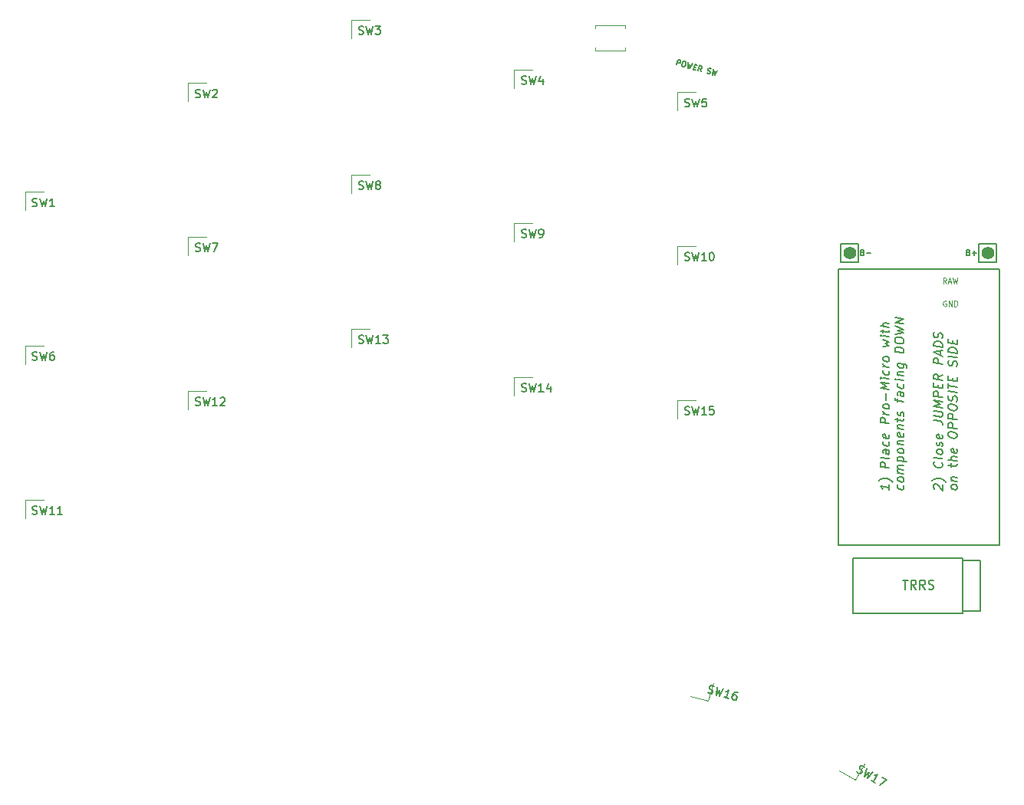
<source format=gbr>
%TF.GenerationSoftware,KiCad,Pcbnew,7.0.5*%
%TF.CreationDate,2023-09-03T18:34:12+02:00*%
%TF.ProjectId,half-swept,68616c66-2d73-4776-9570-742e6b696361,rev?*%
%TF.SameCoordinates,Original*%
%TF.FileFunction,Legend,Top*%
%TF.FilePolarity,Positive*%
%FSLAX46Y46*%
G04 Gerber Fmt 4.6, Leading zero omitted, Abs format (unit mm)*
G04 Created by KiCad (PCBNEW 7.0.5) date 2023-09-03 18:34:12*
%MOMM*%
%LPD*%
G01*
G04 APERTURE LIST*
%ADD10C,0.150000*%
%ADD11C,0.120000*%
%ADD12C,0.160000*%
%ADD13C,1.397000*%
G04 APERTURE END LIST*
D10*
X115626219Y-71586163D02*
X115626219Y-72157592D01*
X115626219Y-71871877D02*
X114626219Y-71746877D01*
X114626219Y-71746877D02*
X114769076Y-71859973D01*
X114769076Y-71859973D02*
X114864314Y-71967116D01*
X114864314Y-71967116D02*
X114911933Y-72068306D01*
X116007171Y-71300449D02*
X115959552Y-71246877D01*
X115959552Y-71246877D02*
X115816695Y-71133782D01*
X115816695Y-71133782D02*
X115721457Y-71074258D01*
X115721457Y-71074258D02*
X115578600Y-71008782D01*
X115578600Y-71008782D02*
X115340504Y-70931401D01*
X115340504Y-70931401D02*
X115150028Y-70907592D01*
X115150028Y-70907592D02*
X114911933Y-70925449D01*
X114911933Y-70925449D02*
X114769076Y-70955211D01*
X114769076Y-70955211D02*
X114673838Y-70990925D01*
X114673838Y-70990925D02*
X114530980Y-71068306D01*
X114530980Y-71068306D02*
X114483361Y-71109973D01*
X115626219Y-69729020D02*
X114626219Y-69604020D01*
X114626219Y-69604020D02*
X114626219Y-69223067D01*
X114626219Y-69223067D02*
X114673838Y-69133782D01*
X114673838Y-69133782D02*
X114721457Y-69092115D01*
X114721457Y-69092115D02*
X114816695Y-69056401D01*
X114816695Y-69056401D02*
X114959552Y-69074258D01*
X114959552Y-69074258D02*
X115054790Y-69133782D01*
X115054790Y-69133782D02*
X115102409Y-69187353D01*
X115102409Y-69187353D02*
X115150028Y-69288543D01*
X115150028Y-69288543D02*
X115150028Y-69669496D01*
X115626219Y-68586163D02*
X115578600Y-68675448D01*
X115578600Y-68675448D02*
X115483361Y-68711163D01*
X115483361Y-68711163D02*
X114626219Y-68604020D01*
X115626219Y-67776638D02*
X115102409Y-67711162D01*
X115102409Y-67711162D02*
X115007171Y-67746876D01*
X115007171Y-67746876D02*
X114959552Y-67836162D01*
X114959552Y-67836162D02*
X114959552Y-68026638D01*
X114959552Y-68026638D02*
X115007171Y-68127829D01*
X115578600Y-67770686D02*
X115626219Y-67871876D01*
X115626219Y-67871876D02*
X115626219Y-68109972D01*
X115626219Y-68109972D02*
X115578600Y-68199257D01*
X115578600Y-68199257D02*
X115483361Y-68234972D01*
X115483361Y-68234972D02*
X115388123Y-68223067D01*
X115388123Y-68223067D02*
X115292885Y-68163543D01*
X115292885Y-68163543D02*
X115245266Y-68062353D01*
X115245266Y-68062353D02*
X115245266Y-67824257D01*
X115245266Y-67824257D02*
X115197647Y-67723067D01*
X115578600Y-66865924D02*
X115626219Y-66967114D01*
X115626219Y-66967114D02*
X115626219Y-67157591D01*
X115626219Y-67157591D02*
X115578600Y-67246876D01*
X115578600Y-67246876D02*
X115530980Y-67288543D01*
X115530980Y-67288543D02*
X115435742Y-67324257D01*
X115435742Y-67324257D02*
X115150028Y-67288543D01*
X115150028Y-67288543D02*
X115054790Y-67229019D01*
X115054790Y-67229019D02*
X115007171Y-67175448D01*
X115007171Y-67175448D02*
X114959552Y-67074257D01*
X114959552Y-67074257D02*
X114959552Y-66883781D01*
X114959552Y-66883781D02*
X115007171Y-66794495D01*
X115578600Y-66056400D02*
X115626219Y-66157590D01*
X115626219Y-66157590D02*
X115626219Y-66348067D01*
X115626219Y-66348067D02*
X115578600Y-66437352D01*
X115578600Y-66437352D02*
X115483361Y-66473067D01*
X115483361Y-66473067D02*
X115102409Y-66425448D01*
X115102409Y-66425448D02*
X115007171Y-66365924D01*
X115007171Y-66365924D02*
X114959552Y-66264733D01*
X114959552Y-66264733D02*
X114959552Y-66074257D01*
X114959552Y-66074257D02*
X115007171Y-65984971D01*
X115007171Y-65984971D02*
X115102409Y-65949257D01*
X115102409Y-65949257D02*
X115197647Y-65961162D01*
X115197647Y-65961162D02*
X115292885Y-66449257D01*
X115626219Y-64824257D02*
X114626219Y-64699257D01*
X114626219Y-64699257D02*
X114626219Y-64318304D01*
X114626219Y-64318304D02*
X114673838Y-64229019D01*
X114673838Y-64229019D02*
X114721457Y-64187352D01*
X114721457Y-64187352D02*
X114816695Y-64151638D01*
X114816695Y-64151638D02*
X114959552Y-64169495D01*
X114959552Y-64169495D02*
X115054790Y-64229019D01*
X115054790Y-64229019D02*
X115102409Y-64282590D01*
X115102409Y-64282590D02*
X115150028Y-64383780D01*
X115150028Y-64383780D02*
X115150028Y-64764733D01*
X115626219Y-63824257D02*
X114959552Y-63740923D01*
X115150028Y-63764733D02*
X115054790Y-63705209D01*
X115054790Y-63705209D02*
X115007171Y-63651638D01*
X115007171Y-63651638D02*
X114959552Y-63550447D01*
X114959552Y-63550447D02*
X114959552Y-63455209D01*
X115626219Y-63062352D02*
X115578600Y-63151637D01*
X115578600Y-63151637D02*
X115530980Y-63193304D01*
X115530980Y-63193304D02*
X115435742Y-63229018D01*
X115435742Y-63229018D02*
X115150028Y-63193304D01*
X115150028Y-63193304D02*
X115054790Y-63133780D01*
X115054790Y-63133780D02*
X115007171Y-63080209D01*
X115007171Y-63080209D02*
X114959552Y-62979018D01*
X114959552Y-62979018D02*
X114959552Y-62836161D01*
X114959552Y-62836161D02*
X115007171Y-62746875D01*
X115007171Y-62746875D02*
X115054790Y-62705209D01*
X115054790Y-62705209D02*
X115150028Y-62669494D01*
X115150028Y-62669494D02*
X115435742Y-62705209D01*
X115435742Y-62705209D02*
X115530980Y-62764732D01*
X115530980Y-62764732D02*
X115578600Y-62818304D01*
X115578600Y-62818304D02*
X115626219Y-62919494D01*
X115626219Y-62919494D02*
X115626219Y-63062352D01*
X115245266Y-62252828D02*
X115245266Y-61490923D01*
X115626219Y-61062352D02*
X114626219Y-60937352D01*
X114626219Y-60937352D02*
X115340504Y-60693304D01*
X115340504Y-60693304D02*
X114626219Y-60270685D01*
X114626219Y-60270685D02*
X115626219Y-60395685D01*
X115626219Y-59919495D02*
X114959552Y-59836161D01*
X114626219Y-59794495D02*
X114673838Y-59848066D01*
X114673838Y-59848066D02*
X114721457Y-59806399D01*
X114721457Y-59806399D02*
X114673838Y-59752828D01*
X114673838Y-59752828D02*
X114626219Y-59794495D01*
X114626219Y-59794495D02*
X114721457Y-59806399D01*
X115578600Y-59008781D02*
X115626219Y-59109971D01*
X115626219Y-59109971D02*
X115626219Y-59300448D01*
X115626219Y-59300448D02*
X115578600Y-59389733D01*
X115578600Y-59389733D02*
X115530980Y-59431400D01*
X115530980Y-59431400D02*
X115435742Y-59467114D01*
X115435742Y-59467114D02*
X115150028Y-59431400D01*
X115150028Y-59431400D02*
X115054790Y-59371876D01*
X115054790Y-59371876D02*
X115007171Y-59318305D01*
X115007171Y-59318305D02*
X114959552Y-59217114D01*
X114959552Y-59217114D02*
X114959552Y-59026638D01*
X114959552Y-59026638D02*
X115007171Y-58937352D01*
X115626219Y-58586162D02*
X114959552Y-58502828D01*
X115150028Y-58526638D02*
X115054790Y-58467114D01*
X115054790Y-58467114D02*
X115007171Y-58413543D01*
X115007171Y-58413543D02*
X114959552Y-58312352D01*
X114959552Y-58312352D02*
X114959552Y-58217114D01*
X115626219Y-57824257D02*
X115578600Y-57913542D01*
X115578600Y-57913542D02*
X115530980Y-57955209D01*
X115530980Y-57955209D02*
X115435742Y-57990923D01*
X115435742Y-57990923D02*
X115150028Y-57955209D01*
X115150028Y-57955209D02*
X115054790Y-57895685D01*
X115054790Y-57895685D02*
X115007171Y-57842114D01*
X115007171Y-57842114D02*
X114959552Y-57740923D01*
X114959552Y-57740923D02*
X114959552Y-57598066D01*
X114959552Y-57598066D02*
X115007171Y-57508780D01*
X115007171Y-57508780D02*
X115054790Y-57467114D01*
X115054790Y-57467114D02*
X115150028Y-57431399D01*
X115150028Y-57431399D02*
X115435742Y-57467114D01*
X115435742Y-57467114D02*
X115530980Y-57526637D01*
X115530980Y-57526637D02*
X115578600Y-57580209D01*
X115578600Y-57580209D02*
X115626219Y-57681399D01*
X115626219Y-57681399D02*
X115626219Y-57824257D01*
X114959552Y-56312351D02*
X115626219Y-56205209D01*
X115626219Y-56205209D02*
X115150028Y-55955209D01*
X115150028Y-55955209D02*
X115626219Y-55824256D01*
X115626219Y-55824256D02*
X114959552Y-55550447D01*
X115626219Y-55252828D02*
X114959552Y-55169494D01*
X114626219Y-55127828D02*
X114673838Y-55181399D01*
X114673838Y-55181399D02*
X114721457Y-55139732D01*
X114721457Y-55139732D02*
X114673838Y-55086161D01*
X114673838Y-55086161D02*
X114626219Y-55127828D01*
X114626219Y-55127828D02*
X114721457Y-55139732D01*
X114959552Y-54836161D02*
X114959552Y-54455209D01*
X114626219Y-54651638D02*
X115483361Y-54758781D01*
X115483361Y-54758781D02*
X115578600Y-54723066D01*
X115578600Y-54723066D02*
X115626219Y-54633781D01*
X115626219Y-54633781D02*
X115626219Y-54538542D01*
X115626219Y-54205209D02*
X114626219Y-54080209D01*
X115626219Y-53776637D02*
X115102409Y-53711161D01*
X115102409Y-53711161D02*
X115007171Y-53746875D01*
X115007171Y-53746875D02*
X114959552Y-53836161D01*
X114959552Y-53836161D02*
X114959552Y-53979018D01*
X114959552Y-53979018D02*
X115007171Y-54080209D01*
X115007171Y-54080209D02*
X115054790Y-54133780D01*
X117188600Y-71675449D02*
X117236219Y-71776639D01*
X117236219Y-71776639D02*
X117236219Y-71967116D01*
X117236219Y-71967116D02*
X117188600Y-72056401D01*
X117188600Y-72056401D02*
X117140980Y-72098068D01*
X117140980Y-72098068D02*
X117045742Y-72133782D01*
X117045742Y-72133782D02*
X116760028Y-72098068D01*
X116760028Y-72098068D02*
X116664790Y-72038544D01*
X116664790Y-72038544D02*
X116617171Y-71984973D01*
X116617171Y-71984973D02*
X116569552Y-71883782D01*
X116569552Y-71883782D02*
X116569552Y-71693306D01*
X116569552Y-71693306D02*
X116617171Y-71604020D01*
X117236219Y-71109973D02*
X117188600Y-71199258D01*
X117188600Y-71199258D02*
X117140980Y-71240925D01*
X117140980Y-71240925D02*
X117045742Y-71276639D01*
X117045742Y-71276639D02*
X116760028Y-71240925D01*
X116760028Y-71240925D02*
X116664790Y-71181401D01*
X116664790Y-71181401D02*
X116617171Y-71127830D01*
X116617171Y-71127830D02*
X116569552Y-71026639D01*
X116569552Y-71026639D02*
X116569552Y-70883782D01*
X116569552Y-70883782D02*
X116617171Y-70794496D01*
X116617171Y-70794496D02*
X116664790Y-70752830D01*
X116664790Y-70752830D02*
X116760028Y-70717115D01*
X116760028Y-70717115D02*
X117045742Y-70752830D01*
X117045742Y-70752830D02*
X117140980Y-70812353D01*
X117140980Y-70812353D02*
X117188600Y-70865925D01*
X117188600Y-70865925D02*
X117236219Y-70967115D01*
X117236219Y-70967115D02*
X117236219Y-71109973D01*
X117236219Y-70348068D02*
X116569552Y-70264734D01*
X116664790Y-70276639D02*
X116617171Y-70223068D01*
X116617171Y-70223068D02*
X116569552Y-70121877D01*
X116569552Y-70121877D02*
X116569552Y-69979020D01*
X116569552Y-69979020D02*
X116617171Y-69889734D01*
X116617171Y-69889734D02*
X116712409Y-69854020D01*
X116712409Y-69854020D02*
X117236219Y-69919496D01*
X116712409Y-69854020D02*
X116617171Y-69794496D01*
X116617171Y-69794496D02*
X116569552Y-69693306D01*
X116569552Y-69693306D02*
X116569552Y-69550449D01*
X116569552Y-69550449D02*
X116617171Y-69461163D01*
X116617171Y-69461163D02*
X116712409Y-69425449D01*
X116712409Y-69425449D02*
X117236219Y-69490925D01*
X116569552Y-68931401D02*
X117569552Y-69056401D01*
X116617171Y-68937354D02*
X116569552Y-68836163D01*
X116569552Y-68836163D02*
X116569552Y-68645687D01*
X116569552Y-68645687D02*
X116617171Y-68556401D01*
X116617171Y-68556401D02*
X116664790Y-68514735D01*
X116664790Y-68514735D02*
X116760028Y-68479020D01*
X116760028Y-68479020D02*
X117045742Y-68514735D01*
X117045742Y-68514735D02*
X117140980Y-68574258D01*
X117140980Y-68574258D02*
X117188600Y-68627830D01*
X117188600Y-68627830D02*
X117236219Y-68729020D01*
X117236219Y-68729020D02*
X117236219Y-68919497D01*
X117236219Y-68919497D02*
X117188600Y-69008782D01*
X117236219Y-67967116D02*
X117188600Y-68056401D01*
X117188600Y-68056401D02*
X117140980Y-68098068D01*
X117140980Y-68098068D02*
X117045742Y-68133782D01*
X117045742Y-68133782D02*
X116760028Y-68098068D01*
X116760028Y-68098068D02*
X116664790Y-68038544D01*
X116664790Y-68038544D02*
X116617171Y-67984973D01*
X116617171Y-67984973D02*
X116569552Y-67883782D01*
X116569552Y-67883782D02*
X116569552Y-67740925D01*
X116569552Y-67740925D02*
X116617171Y-67651639D01*
X116617171Y-67651639D02*
X116664790Y-67609973D01*
X116664790Y-67609973D02*
X116760028Y-67574258D01*
X116760028Y-67574258D02*
X117045742Y-67609973D01*
X117045742Y-67609973D02*
X117140980Y-67669496D01*
X117140980Y-67669496D02*
X117188600Y-67723068D01*
X117188600Y-67723068D02*
X117236219Y-67824258D01*
X117236219Y-67824258D02*
X117236219Y-67967116D01*
X116569552Y-67121877D02*
X117236219Y-67205211D01*
X116664790Y-67133782D02*
X116617171Y-67080211D01*
X116617171Y-67080211D02*
X116569552Y-66979020D01*
X116569552Y-66979020D02*
X116569552Y-66836163D01*
X116569552Y-66836163D02*
X116617171Y-66746877D01*
X116617171Y-66746877D02*
X116712409Y-66711163D01*
X116712409Y-66711163D02*
X117236219Y-66776639D01*
X117188600Y-65913544D02*
X117236219Y-66014734D01*
X117236219Y-66014734D02*
X117236219Y-66205211D01*
X117236219Y-66205211D02*
X117188600Y-66294496D01*
X117188600Y-66294496D02*
X117093361Y-66330211D01*
X117093361Y-66330211D02*
X116712409Y-66282592D01*
X116712409Y-66282592D02*
X116617171Y-66223068D01*
X116617171Y-66223068D02*
X116569552Y-66121877D01*
X116569552Y-66121877D02*
X116569552Y-65931401D01*
X116569552Y-65931401D02*
X116617171Y-65842115D01*
X116617171Y-65842115D02*
X116712409Y-65806401D01*
X116712409Y-65806401D02*
X116807647Y-65818306D01*
X116807647Y-65818306D02*
X116902885Y-66306401D01*
X116569552Y-65359972D02*
X117236219Y-65443306D01*
X116664790Y-65371877D02*
X116617171Y-65318306D01*
X116617171Y-65318306D02*
X116569552Y-65217115D01*
X116569552Y-65217115D02*
X116569552Y-65074258D01*
X116569552Y-65074258D02*
X116617171Y-64984972D01*
X116617171Y-64984972D02*
X116712409Y-64949258D01*
X116712409Y-64949258D02*
X117236219Y-65014734D01*
X116569552Y-64598067D02*
X116569552Y-64217115D01*
X116236219Y-64413544D02*
X117093361Y-64520687D01*
X117093361Y-64520687D02*
X117188600Y-64484972D01*
X117188600Y-64484972D02*
X117236219Y-64395687D01*
X117236219Y-64395687D02*
X117236219Y-64300448D01*
X117188600Y-64008781D02*
X117236219Y-63919496D01*
X117236219Y-63919496D02*
X117236219Y-63729019D01*
X117236219Y-63729019D02*
X117188600Y-63627829D01*
X117188600Y-63627829D02*
X117093361Y-63568305D01*
X117093361Y-63568305D02*
X117045742Y-63562353D01*
X117045742Y-63562353D02*
X116950504Y-63598067D01*
X116950504Y-63598067D02*
X116902885Y-63687353D01*
X116902885Y-63687353D02*
X116902885Y-63830210D01*
X116902885Y-63830210D02*
X116855266Y-63919496D01*
X116855266Y-63919496D02*
X116760028Y-63955210D01*
X116760028Y-63955210D02*
X116712409Y-63949258D01*
X116712409Y-63949258D02*
X116617171Y-63889734D01*
X116617171Y-63889734D02*
X116569552Y-63788543D01*
X116569552Y-63788543D02*
X116569552Y-63645686D01*
X116569552Y-63645686D02*
X116617171Y-63556400D01*
X116569552Y-62455209D02*
X116569552Y-62074257D01*
X117236219Y-62395686D02*
X116379076Y-62288543D01*
X116379076Y-62288543D02*
X116283838Y-62229019D01*
X116283838Y-62229019D02*
X116236219Y-62127829D01*
X116236219Y-62127829D02*
X116236219Y-62032590D01*
X117236219Y-61395685D02*
X116712409Y-61330209D01*
X116712409Y-61330209D02*
X116617171Y-61365923D01*
X116617171Y-61365923D02*
X116569552Y-61455209D01*
X116569552Y-61455209D02*
X116569552Y-61645685D01*
X116569552Y-61645685D02*
X116617171Y-61746876D01*
X117188600Y-61389733D02*
X117236219Y-61490923D01*
X117236219Y-61490923D02*
X117236219Y-61729019D01*
X117236219Y-61729019D02*
X117188600Y-61818304D01*
X117188600Y-61818304D02*
X117093361Y-61854019D01*
X117093361Y-61854019D02*
X116998123Y-61842114D01*
X116998123Y-61842114D02*
X116902885Y-61782590D01*
X116902885Y-61782590D02*
X116855266Y-61681400D01*
X116855266Y-61681400D02*
X116855266Y-61443304D01*
X116855266Y-61443304D02*
X116807647Y-61342114D01*
X117188600Y-60484971D02*
X117236219Y-60586161D01*
X117236219Y-60586161D02*
X117236219Y-60776638D01*
X117236219Y-60776638D02*
X117188600Y-60865923D01*
X117188600Y-60865923D02*
X117140980Y-60907590D01*
X117140980Y-60907590D02*
X117045742Y-60943304D01*
X117045742Y-60943304D02*
X116760028Y-60907590D01*
X116760028Y-60907590D02*
X116664790Y-60848066D01*
X116664790Y-60848066D02*
X116617171Y-60794495D01*
X116617171Y-60794495D02*
X116569552Y-60693304D01*
X116569552Y-60693304D02*
X116569552Y-60502828D01*
X116569552Y-60502828D02*
X116617171Y-60413542D01*
X117236219Y-60062352D02*
X116569552Y-59979018D01*
X116236219Y-59937352D02*
X116283838Y-59990923D01*
X116283838Y-59990923D02*
X116331457Y-59949256D01*
X116331457Y-59949256D02*
X116283838Y-59895685D01*
X116283838Y-59895685D02*
X116236219Y-59937352D01*
X116236219Y-59937352D02*
X116331457Y-59949256D01*
X116569552Y-59502828D02*
X117236219Y-59586162D01*
X116664790Y-59514733D02*
X116617171Y-59461162D01*
X116617171Y-59461162D02*
X116569552Y-59359971D01*
X116569552Y-59359971D02*
X116569552Y-59217114D01*
X116569552Y-59217114D02*
X116617171Y-59127828D01*
X116617171Y-59127828D02*
X116712409Y-59092114D01*
X116712409Y-59092114D02*
X117236219Y-59157590D01*
X116569552Y-58169495D02*
X117379076Y-58270685D01*
X117379076Y-58270685D02*
X117474314Y-58330209D01*
X117474314Y-58330209D02*
X117521933Y-58383781D01*
X117521933Y-58383781D02*
X117569552Y-58484971D01*
X117569552Y-58484971D02*
X117569552Y-58627828D01*
X117569552Y-58627828D02*
X117521933Y-58717114D01*
X117188600Y-58246876D02*
X117236219Y-58348066D01*
X117236219Y-58348066D02*
X117236219Y-58538543D01*
X117236219Y-58538543D02*
X117188600Y-58627828D01*
X117188600Y-58627828D02*
X117140980Y-58669495D01*
X117140980Y-58669495D02*
X117045742Y-58705209D01*
X117045742Y-58705209D02*
X116760028Y-58669495D01*
X116760028Y-58669495D02*
X116664790Y-58609971D01*
X116664790Y-58609971D02*
X116617171Y-58556400D01*
X116617171Y-58556400D02*
X116569552Y-58455209D01*
X116569552Y-58455209D02*
X116569552Y-58264733D01*
X116569552Y-58264733D02*
X116617171Y-58175447D01*
X117236219Y-57014733D02*
X116236219Y-56889733D01*
X116236219Y-56889733D02*
X116236219Y-56651637D01*
X116236219Y-56651637D02*
X116283838Y-56514733D01*
X116283838Y-56514733D02*
X116379076Y-56431399D01*
X116379076Y-56431399D02*
X116474314Y-56395685D01*
X116474314Y-56395685D02*
X116664790Y-56371876D01*
X116664790Y-56371876D02*
X116807647Y-56389733D01*
X116807647Y-56389733D02*
X116998123Y-56461161D01*
X116998123Y-56461161D02*
X117093361Y-56520685D01*
X117093361Y-56520685D02*
X117188600Y-56627828D01*
X117188600Y-56627828D02*
X117236219Y-56776637D01*
X117236219Y-56776637D02*
X117236219Y-57014733D01*
X116236219Y-55699256D02*
X116236219Y-55508780D01*
X116236219Y-55508780D02*
X116283838Y-55419495D01*
X116283838Y-55419495D02*
X116379076Y-55336161D01*
X116379076Y-55336161D02*
X116569552Y-55312352D01*
X116569552Y-55312352D02*
X116902885Y-55354018D01*
X116902885Y-55354018D02*
X117093361Y-55425447D01*
X117093361Y-55425447D02*
X117188600Y-55532590D01*
X117188600Y-55532590D02*
X117236219Y-55633780D01*
X117236219Y-55633780D02*
X117236219Y-55824256D01*
X117236219Y-55824256D02*
X117188600Y-55913542D01*
X117188600Y-55913542D02*
X117093361Y-55996876D01*
X117093361Y-55996876D02*
X116902885Y-56020685D01*
X116902885Y-56020685D02*
X116569552Y-55979018D01*
X116569552Y-55979018D02*
X116379076Y-55907590D01*
X116379076Y-55907590D02*
X116283838Y-55800447D01*
X116283838Y-55800447D02*
X116236219Y-55699256D01*
X116236219Y-54937352D02*
X117236219Y-54824257D01*
X117236219Y-54824257D02*
X116521933Y-54544495D01*
X116521933Y-54544495D02*
X117236219Y-54443304D01*
X117236219Y-54443304D02*
X116236219Y-54080209D01*
X117236219Y-53824257D02*
X116236219Y-53699257D01*
X116236219Y-53699257D02*
X117236219Y-53252828D01*
X117236219Y-53252828D02*
X116236219Y-53127828D01*
D11*
X121897289Y-51312702D02*
X121840147Y-51284131D01*
X121840147Y-51284131D02*
X121754432Y-51284131D01*
X121754432Y-51284131D02*
X121668718Y-51312702D01*
X121668718Y-51312702D02*
X121611575Y-51369845D01*
X121611575Y-51369845D02*
X121583004Y-51426988D01*
X121583004Y-51426988D02*
X121554432Y-51541274D01*
X121554432Y-51541274D02*
X121554432Y-51626988D01*
X121554432Y-51626988D02*
X121583004Y-51741274D01*
X121583004Y-51741274D02*
X121611575Y-51798417D01*
X121611575Y-51798417D02*
X121668718Y-51855560D01*
X121668718Y-51855560D02*
X121754432Y-51884131D01*
X121754432Y-51884131D02*
X121811575Y-51884131D01*
X121811575Y-51884131D02*
X121897289Y-51855560D01*
X121897289Y-51855560D02*
X121925861Y-51826988D01*
X121925861Y-51826988D02*
X121925861Y-51626988D01*
X121925861Y-51626988D02*
X121811575Y-51626988D01*
X122183004Y-51884131D02*
X122183004Y-51284131D01*
X122183004Y-51284131D02*
X122525861Y-51884131D01*
X122525861Y-51884131D02*
X122525861Y-51284131D01*
X122811575Y-51884131D02*
X122811575Y-51284131D01*
X122811575Y-51284131D02*
X122954432Y-51284131D01*
X122954432Y-51284131D02*
X123040146Y-51312702D01*
X123040146Y-51312702D02*
X123097289Y-51369845D01*
X123097289Y-51369845D02*
X123125860Y-51426988D01*
X123125860Y-51426988D02*
X123154432Y-51541274D01*
X123154432Y-51541274D02*
X123154432Y-51626988D01*
X123154432Y-51626988D02*
X123125860Y-51741274D01*
X123125860Y-51741274D02*
X123097289Y-51798417D01*
X123097289Y-51798417D02*
X123040146Y-51855560D01*
X123040146Y-51855560D02*
X122954432Y-51884131D01*
X122954432Y-51884131D02*
X122811575Y-51884131D01*
D10*
X120614257Y-72044496D02*
X120566638Y-71990925D01*
X120566638Y-71990925D02*
X120519019Y-71889735D01*
X120519019Y-71889735D02*
X120519019Y-71651639D01*
X120519019Y-71651639D02*
X120566638Y-71562354D01*
X120566638Y-71562354D02*
X120614257Y-71520687D01*
X120614257Y-71520687D02*
X120709495Y-71484973D01*
X120709495Y-71484973D02*
X120804733Y-71496877D01*
X120804733Y-71496877D02*
X120947590Y-71562354D01*
X120947590Y-71562354D02*
X121519019Y-72205211D01*
X121519019Y-72205211D02*
X121519019Y-71586163D01*
X121899971Y-71300449D02*
X121852352Y-71246877D01*
X121852352Y-71246877D02*
X121709495Y-71133782D01*
X121709495Y-71133782D02*
X121614257Y-71074258D01*
X121614257Y-71074258D02*
X121471400Y-71008782D01*
X121471400Y-71008782D02*
X121233304Y-70931401D01*
X121233304Y-70931401D02*
X121042828Y-70907592D01*
X121042828Y-70907592D02*
X120804733Y-70925449D01*
X120804733Y-70925449D02*
X120661876Y-70955211D01*
X120661876Y-70955211D02*
X120566638Y-70990925D01*
X120566638Y-70990925D02*
X120423780Y-71068306D01*
X120423780Y-71068306D02*
X120376161Y-71109973D01*
X121423780Y-69145686D02*
X121471400Y-69199258D01*
X121471400Y-69199258D02*
X121519019Y-69348067D01*
X121519019Y-69348067D02*
X121519019Y-69443305D01*
X121519019Y-69443305D02*
X121471400Y-69580210D01*
X121471400Y-69580210D02*
X121376161Y-69663543D01*
X121376161Y-69663543D02*
X121280923Y-69699258D01*
X121280923Y-69699258D02*
X121090447Y-69723067D01*
X121090447Y-69723067D02*
X120947590Y-69705210D01*
X120947590Y-69705210D02*
X120757114Y-69633782D01*
X120757114Y-69633782D02*
X120661876Y-69574258D01*
X120661876Y-69574258D02*
X120566638Y-69467115D01*
X120566638Y-69467115D02*
X120519019Y-69318305D01*
X120519019Y-69318305D02*
X120519019Y-69223067D01*
X120519019Y-69223067D02*
X120566638Y-69086163D01*
X120566638Y-69086163D02*
X120614257Y-69044496D01*
X121519019Y-68586163D02*
X121471400Y-68675448D01*
X121471400Y-68675448D02*
X121376161Y-68711163D01*
X121376161Y-68711163D02*
X120519019Y-68604020D01*
X121519019Y-68062353D02*
X121471400Y-68151638D01*
X121471400Y-68151638D02*
X121423780Y-68193305D01*
X121423780Y-68193305D02*
X121328542Y-68229019D01*
X121328542Y-68229019D02*
X121042828Y-68193305D01*
X121042828Y-68193305D02*
X120947590Y-68133781D01*
X120947590Y-68133781D02*
X120899971Y-68080210D01*
X120899971Y-68080210D02*
X120852352Y-67979019D01*
X120852352Y-67979019D02*
X120852352Y-67836162D01*
X120852352Y-67836162D02*
X120899971Y-67746876D01*
X120899971Y-67746876D02*
X120947590Y-67705210D01*
X120947590Y-67705210D02*
X121042828Y-67669495D01*
X121042828Y-67669495D02*
X121328542Y-67705210D01*
X121328542Y-67705210D02*
X121423780Y-67764733D01*
X121423780Y-67764733D02*
X121471400Y-67818305D01*
X121471400Y-67818305D02*
X121519019Y-67919495D01*
X121519019Y-67919495D02*
X121519019Y-68062353D01*
X121471400Y-67342114D02*
X121519019Y-67252829D01*
X121519019Y-67252829D02*
X121519019Y-67062352D01*
X121519019Y-67062352D02*
X121471400Y-66961162D01*
X121471400Y-66961162D02*
X121376161Y-66901638D01*
X121376161Y-66901638D02*
X121328542Y-66895686D01*
X121328542Y-66895686D02*
X121233304Y-66931400D01*
X121233304Y-66931400D02*
X121185685Y-67020686D01*
X121185685Y-67020686D02*
X121185685Y-67163543D01*
X121185685Y-67163543D02*
X121138066Y-67252829D01*
X121138066Y-67252829D02*
X121042828Y-67288543D01*
X121042828Y-67288543D02*
X120995209Y-67282591D01*
X120995209Y-67282591D02*
X120899971Y-67223067D01*
X120899971Y-67223067D02*
X120852352Y-67121876D01*
X120852352Y-67121876D02*
X120852352Y-66979019D01*
X120852352Y-66979019D02*
X120899971Y-66889733D01*
X121471400Y-66104019D02*
X121519019Y-66205209D01*
X121519019Y-66205209D02*
X121519019Y-66395686D01*
X121519019Y-66395686D02*
X121471400Y-66484971D01*
X121471400Y-66484971D02*
X121376161Y-66520686D01*
X121376161Y-66520686D02*
X120995209Y-66473067D01*
X120995209Y-66473067D02*
X120899971Y-66413543D01*
X120899971Y-66413543D02*
X120852352Y-66312352D01*
X120852352Y-66312352D02*
X120852352Y-66121876D01*
X120852352Y-66121876D02*
X120899971Y-66032590D01*
X120899971Y-66032590D02*
X120995209Y-65996876D01*
X120995209Y-65996876D02*
X121090447Y-66008781D01*
X121090447Y-66008781D02*
X121185685Y-66496876D01*
X120519019Y-64461161D02*
X121233304Y-64550447D01*
X121233304Y-64550447D02*
X121376161Y-64615923D01*
X121376161Y-64615923D02*
X121471400Y-64723066D01*
X121471400Y-64723066D02*
X121519019Y-64871876D01*
X121519019Y-64871876D02*
X121519019Y-64967114D01*
X120519019Y-63984971D02*
X121328542Y-64086161D01*
X121328542Y-64086161D02*
X121423780Y-64050447D01*
X121423780Y-64050447D02*
X121471400Y-64008780D01*
X121471400Y-64008780D02*
X121519019Y-63919494D01*
X121519019Y-63919494D02*
X121519019Y-63729018D01*
X121519019Y-63729018D02*
X121471400Y-63627828D01*
X121471400Y-63627828D02*
X121423780Y-63574256D01*
X121423780Y-63574256D02*
X121328542Y-63514733D01*
X121328542Y-63514733D02*
X120519019Y-63413542D01*
X121519019Y-63062352D02*
X120519019Y-62937352D01*
X120519019Y-62937352D02*
X121233304Y-62693304D01*
X121233304Y-62693304D02*
X120519019Y-62270685D01*
X120519019Y-62270685D02*
X121519019Y-62395685D01*
X121519019Y-61919495D02*
X120519019Y-61794495D01*
X120519019Y-61794495D02*
X120519019Y-61413542D01*
X120519019Y-61413542D02*
X120566638Y-61324257D01*
X120566638Y-61324257D02*
X120614257Y-61282590D01*
X120614257Y-61282590D02*
X120709495Y-61246876D01*
X120709495Y-61246876D02*
X120852352Y-61264733D01*
X120852352Y-61264733D02*
X120947590Y-61324257D01*
X120947590Y-61324257D02*
X120995209Y-61377828D01*
X120995209Y-61377828D02*
X121042828Y-61479018D01*
X121042828Y-61479018D02*
X121042828Y-61859971D01*
X120995209Y-60854018D02*
X120995209Y-60520685D01*
X121519019Y-60443304D02*
X121519019Y-60919495D01*
X121519019Y-60919495D02*
X120519019Y-60794495D01*
X120519019Y-60794495D02*
X120519019Y-60318304D01*
X121519019Y-59443304D02*
X121042828Y-59717114D01*
X121519019Y-60014733D02*
X120519019Y-59889733D01*
X120519019Y-59889733D02*
X120519019Y-59508780D01*
X120519019Y-59508780D02*
X120566638Y-59419495D01*
X120566638Y-59419495D02*
X120614257Y-59377828D01*
X120614257Y-59377828D02*
X120709495Y-59342114D01*
X120709495Y-59342114D02*
X120852352Y-59359971D01*
X120852352Y-59359971D02*
X120947590Y-59419495D01*
X120947590Y-59419495D02*
X120995209Y-59473066D01*
X120995209Y-59473066D02*
X121042828Y-59574256D01*
X121042828Y-59574256D02*
X121042828Y-59955209D01*
X121519019Y-58252828D02*
X120519019Y-58127828D01*
X120519019Y-58127828D02*
X120519019Y-57746875D01*
X120519019Y-57746875D02*
X120566638Y-57657590D01*
X120566638Y-57657590D02*
X120614257Y-57615923D01*
X120614257Y-57615923D02*
X120709495Y-57580209D01*
X120709495Y-57580209D02*
X120852352Y-57598066D01*
X120852352Y-57598066D02*
X120947590Y-57657590D01*
X120947590Y-57657590D02*
X120995209Y-57711161D01*
X120995209Y-57711161D02*
X121042828Y-57812351D01*
X121042828Y-57812351D02*
X121042828Y-58193304D01*
X121233304Y-57264732D02*
X121233304Y-56788542D01*
X121519019Y-57395685D02*
X120519019Y-56937351D01*
X120519019Y-56937351D02*
X121519019Y-56729018D01*
X121519019Y-56395685D02*
X120519019Y-56270685D01*
X120519019Y-56270685D02*
X120519019Y-56032589D01*
X120519019Y-56032589D02*
X120566638Y-55895685D01*
X120566638Y-55895685D02*
X120661876Y-55812351D01*
X120661876Y-55812351D02*
X120757114Y-55776637D01*
X120757114Y-55776637D02*
X120947590Y-55752828D01*
X120947590Y-55752828D02*
X121090447Y-55770685D01*
X121090447Y-55770685D02*
X121280923Y-55842113D01*
X121280923Y-55842113D02*
X121376161Y-55901637D01*
X121376161Y-55901637D02*
X121471400Y-56008780D01*
X121471400Y-56008780D02*
X121519019Y-56157589D01*
X121519019Y-56157589D02*
X121519019Y-56395685D01*
X121471400Y-55437351D02*
X121519019Y-55300447D01*
X121519019Y-55300447D02*
X121519019Y-55062351D01*
X121519019Y-55062351D02*
X121471400Y-54961161D01*
X121471400Y-54961161D02*
X121423780Y-54907589D01*
X121423780Y-54907589D02*
X121328542Y-54848066D01*
X121328542Y-54848066D02*
X121233304Y-54836161D01*
X121233304Y-54836161D02*
X121138066Y-54871875D01*
X121138066Y-54871875D02*
X121090447Y-54913542D01*
X121090447Y-54913542D02*
X121042828Y-55002828D01*
X121042828Y-55002828D02*
X120995209Y-55187351D01*
X120995209Y-55187351D02*
X120947590Y-55276637D01*
X120947590Y-55276637D02*
X120899971Y-55318304D01*
X120899971Y-55318304D02*
X120804733Y-55354018D01*
X120804733Y-55354018D02*
X120709495Y-55342113D01*
X120709495Y-55342113D02*
X120614257Y-55282589D01*
X120614257Y-55282589D02*
X120566638Y-55229018D01*
X120566638Y-55229018D02*
X120519019Y-55127828D01*
X120519019Y-55127828D02*
X120519019Y-54889732D01*
X120519019Y-54889732D02*
X120566638Y-54752828D01*
X123129019Y-71967116D02*
X123081400Y-72056401D01*
X123081400Y-72056401D02*
X123033780Y-72098068D01*
X123033780Y-72098068D02*
X122938542Y-72133782D01*
X122938542Y-72133782D02*
X122652828Y-72098068D01*
X122652828Y-72098068D02*
X122557590Y-72038544D01*
X122557590Y-72038544D02*
X122509971Y-71984973D01*
X122509971Y-71984973D02*
X122462352Y-71883782D01*
X122462352Y-71883782D02*
X122462352Y-71740925D01*
X122462352Y-71740925D02*
X122509971Y-71651639D01*
X122509971Y-71651639D02*
X122557590Y-71609973D01*
X122557590Y-71609973D02*
X122652828Y-71574258D01*
X122652828Y-71574258D02*
X122938542Y-71609973D01*
X122938542Y-71609973D02*
X123033780Y-71669496D01*
X123033780Y-71669496D02*
X123081400Y-71723068D01*
X123081400Y-71723068D02*
X123129019Y-71824258D01*
X123129019Y-71824258D02*
X123129019Y-71967116D01*
X122462352Y-71121877D02*
X123129019Y-71205211D01*
X122557590Y-71133782D02*
X122509971Y-71080211D01*
X122509971Y-71080211D02*
X122462352Y-70979020D01*
X122462352Y-70979020D02*
X122462352Y-70836163D01*
X122462352Y-70836163D02*
X122509971Y-70746877D01*
X122509971Y-70746877D02*
X122605209Y-70711163D01*
X122605209Y-70711163D02*
X123129019Y-70776639D01*
X122462352Y-69598067D02*
X122462352Y-69217115D01*
X122129019Y-69413544D02*
X122986161Y-69520687D01*
X122986161Y-69520687D02*
X123081400Y-69484972D01*
X123081400Y-69484972D02*
X123129019Y-69395687D01*
X123129019Y-69395687D02*
X123129019Y-69300448D01*
X123129019Y-68967115D02*
X122129019Y-68842115D01*
X123129019Y-68538543D02*
X122605209Y-68473067D01*
X122605209Y-68473067D02*
X122509971Y-68508781D01*
X122509971Y-68508781D02*
X122462352Y-68598067D01*
X122462352Y-68598067D02*
X122462352Y-68740924D01*
X122462352Y-68740924D02*
X122509971Y-68842115D01*
X122509971Y-68842115D02*
X122557590Y-68895686D01*
X123081400Y-67675448D02*
X123129019Y-67776638D01*
X123129019Y-67776638D02*
X123129019Y-67967115D01*
X123129019Y-67967115D02*
X123081400Y-68056400D01*
X123081400Y-68056400D02*
X122986161Y-68092115D01*
X122986161Y-68092115D02*
X122605209Y-68044496D01*
X122605209Y-68044496D02*
X122509971Y-67984972D01*
X122509971Y-67984972D02*
X122462352Y-67883781D01*
X122462352Y-67883781D02*
X122462352Y-67693305D01*
X122462352Y-67693305D02*
X122509971Y-67604019D01*
X122509971Y-67604019D02*
X122605209Y-67568305D01*
X122605209Y-67568305D02*
X122700447Y-67580210D01*
X122700447Y-67580210D02*
X122795685Y-68068305D01*
X122129019Y-66127828D02*
X122129019Y-65937352D01*
X122129019Y-65937352D02*
X122176638Y-65848067D01*
X122176638Y-65848067D02*
X122271876Y-65764733D01*
X122271876Y-65764733D02*
X122462352Y-65740924D01*
X122462352Y-65740924D02*
X122795685Y-65782590D01*
X122795685Y-65782590D02*
X122986161Y-65854019D01*
X122986161Y-65854019D02*
X123081400Y-65961162D01*
X123081400Y-65961162D02*
X123129019Y-66062352D01*
X123129019Y-66062352D02*
X123129019Y-66252828D01*
X123129019Y-66252828D02*
X123081400Y-66342114D01*
X123081400Y-66342114D02*
X122986161Y-66425448D01*
X122986161Y-66425448D02*
X122795685Y-66449257D01*
X122795685Y-66449257D02*
X122462352Y-66407590D01*
X122462352Y-66407590D02*
X122271876Y-66336162D01*
X122271876Y-66336162D02*
X122176638Y-66229019D01*
X122176638Y-66229019D02*
X122129019Y-66127828D01*
X123129019Y-65395686D02*
X122129019Y-65270686D01*
X122129019Y-65270686D02*
X122129019Y-64889733D01*
X122129019Y-64889733D02*
X122176638Y-64800448D01*
X122176638Y-64800448D02*
X122224257Y-64758781D01*
X122224257Y-64758781D02*
X122319495Y-64723067D01*
X122319495Y-64723067D02*
X122462352Y-64740924D01*
X122462352Y-64740924D02*
X122557590Y-64800448D01*
X122557590Y-64800448D02*
X122605209Y-64854019D01*
X122605209Y-64854019D02*
X122652828Y-64955209D01*
X122652828Y-64955209D02*
X122652828Y-65336162D01*
X123129019Y-64395686D02*
X122129019Y-64270686D01*
X122129019Y-64270686D02*
X122129019Y-63889733D01*
X122129019Y-63889733D02*
X122176638Y-63800448D01*
X122176638Y-63800448D02*
X122224257Y-63758781D01*
X122224257Y-63758781D02*
X122319495Y-63723067D01*
X122319495Y-63723067D02*
X122462352Y-63740924D01*
X122462352Y-63740924D02*
X122557590Y-63800448D01*
X122557590Y-63800448D02*
X122605209Y-63854019D01*
X122605209Y-63854019D02*
X122652828Y-63955209D01*
X122652828Y-63955209D02*
X122652828Y-64336162D01*
X122129019Y-63080209D02*
X122129019Y-62889733D01*
X122129019Y-62889733D02*
X122176638Y-62800448D01*
X122176638Y-62800448D02*
X122271876Y-62717114D01*
X122271876Y-62717114D02*
X122462352Y-62693305D01*
X122462352Y-62693305D02*
X122795685Y-62734971D01*
X122795685Y-62734971D02*
X122986161Y-62806400D01*
X122986161Y-62806400D02*
X123081400Y-62913543D01*
X123081400Y-62913543D02*
X123129019Y-63014733D01*
X123129019Y-63014733D02*
X123129019Y-63205209D01*
X123129019Y-63205209D02*
X123081400Y-63294495D01*
X123081400Y-63294495D02*
X122986161Y-63377829D01*
X122986161Y-63377829D02*
X122795685Y-63401638D01*
X122795685Y-63401638D02*
X122462352Y-63359971D01*
X122462352Y-63359971D02*
X122271876Y-63288543D01*
X122271876Y-63288543D02*
X122176638Y-63181400D01*
X122176638Y-63181400D02*
X122129019Y-63080209D01*
X123081400Y-62389733D02*
X123129019Y-62252829D01*
X123129019Y-62252829D02*
X123129019Y-62014733D01*
X123129019Y-62014733D02*
X123081400Y-61913543D01*
X123081400Y-61913543D02*
X123033780Y-61859971D01*
X123033780Y-61859971D02*
X122938542Y-61800448D01*
X122938542Y-61800448D02*
X122843304Y-61788543D01*
X122843304Y-61788543D02*
X122748066Y-61824257D01*
X122748066Y-61824257D02*
X122700447Y-61865924D01*
X122700447Y-61865924D02*
X122652828Y-61955210D01*
X122652828Y-61955210D02*
X122605209Y-62139733D01*
X122605209Y-62139733D02*
X122557590Y-62229019D01*
X122557590Y-62229019D02*
X122509971Y-62270686D01*
X122509971Y-62270686D02*
X122414733Y-62306400D01*
X122414733Y-62306400D02*
X122319495Y-62294495D01*
X122319495Y-62294495D02*
X122224257Y-62234971D01*
X122224257Y-62234971D02*
X122176638Y-62181400D01*
X122176638Y-62181400D02*
X122129019Y-62080210D01*
X122129019Y-62080210D02*
X122129019Y-61842114D01*
X122129019Y-61842114D02*
X122176638Y-61705210D01*
X123129019Y-61395686D02*
X122129019Y-61270686D01*
X122129019Y-60937353D02*
X122129019Y-60365924D01*
X123129019Y-60776639D02*
X122129019Y-60651639D01*
X122605209Y-60092114D02*
X122605209Y-59758781D01*
X123129019Y-59681400D02*
X123129019Y-60157591D01*
X123129019Y-60157591D02*
X122129019Y-60032591D01*
X122129019Y-60032591D02*
X122129019Y-59556400D01*
X123081400Y-58532590D02*
X123129019Y-58395686D01*
X123129019Y-58395686D02*
X123129019Y-58157590D01*
X123129019Y-58157590D02*
X123081400Y-58056400D01*
X123081400Y-58056400D02*
X123033780Y-58002828D01*
X123033780Y-58002828D02*
X122938542Y-57943305D01*
X122938542Y-57943305D02*
X122843304Y-57931400D01*
X122843304Y-57931400D02*
X122748066Y-57967114D01*
X122748066Y-57967114D02*
X122700447Y-58008781D01*
X122700447Y-58008781D02*
X122652828Y-58098067D01*
X122652828Y-58098067D02*
X122605209Y-58282590D01*
X122605209Y-58282590D02*
X122557590Y-58371876D01*
X122557590Y-58371876D02*
X122509971Y-58413543D01*
X122509971Y-58413543D02*
X122414733Y-58449257D01*
X122414733Y-58449257D02*
X122319495Y-58437352D01*
X122319495Y-58437352D02*
X122224257Y-58377828D01*
X122224257Y-58377828D02*
X122176638Y-58324257D01*
X122176638Y-58324257D02*
X122129019Y-58223067D01*
X122129019Y-58223067D02*
X122129019Y-57984971D01*
X122129019Y-57984971D02*
X122176638Y-57848067D01*
X123129019Y-57538543D02*
X122129019Y-57413543D01*
X123129019Y-57062353D02*
X122129019Y-56937353D01*
X122129019Y-56937353D02*
X122129019Y-56699257D01*
X122129019Y-56699257D02*
X122176638Y-56562353D01*
X122176638Y-56562353D02*
X122271876Y-56479019D01*
X122271876Y-56479019D02*
X122367114Y-56443305D01*
X122367114Y-56443305D02*
X122557590Y-56419496D01*
X122557590Y-56419496D02*
X122700447Y-56437353D01*
X122700447Y-56437353D02*
X122890923Y-56508781D01*
X122890923Y-56508781D02*
X122986161Y-56568305D01*
X122986161Y-56568305D02*
X123081400Y-56675448D01*
X123081400Y-56675448D02*
X123129019Y-56824257D01*
X123129019Y-56824257D02*
X123129019Y-57062353D01*
X122605209Y-55996876D02*
X122605209Y-55663543D01*
X123129019Y-55586162D02*
X123129019Y-56062353D01*
X123129019Y-56062353D02*
X122129019Y-55937353D01*
X122129019Y-55937353D02*
X122129019Y-55461162D01*
X117110095Y-82131819D02*
X117681523Y-82131819D01*
X117395809Y-83131819D02*
X117395809Y-82131819D01*
X118586285Y-83131819D02*
X118252952Y-82655628D01*
X118014857Y-83131819D02*
X118014857Y-82131819D01*
X118014857Y-82131819D02*
X118395809Y-82131819D01*
X118395809Y-82131819D02*
X118491047Y-82179438D01*
X118491047Y-82179438D02*
X118538666Y-82227057D01*
X118538666Y-82227057D02*
X118586285Y-82322295D01*
X118586285Y-82322295D02*
X118586285Y-82465152D01*
X118586285Y-82465152D02*
X118538666Y-82560390D01*
X118538666Y-82560390D02*
X118491047Y-82608009D01*
X118491047Y-82608009D02*
X118395809Y-82655628D01*
X118395809Y-82655628D02*
X118014857Y-82655628D01*
X119586285Y-83131819D02*
X119252952Y-82655628D01*
X119014857Y-83131819D02*
X119014857Y-82131819D01*
X119014857Y-82131819D02*
X119395809Y-82131819D01*
X119395809Y-82131819D02*
X119491047Y-82179438D01*
X119491047Y-82179438D02*
X119538666Y-82227057D01*
X119538666Y-82227057D02*
X119586285Y-82322295D01*
X119586285Y-82322295D02*
X119586285Y-82465152D01*
X119586285Y-82465152D02*
X119538666Y-82560390D01*
X119538666Y-82560390D02*
X119491047Y-82608009D01*
X119491047Y-82608009D02*
X119395809Y-82655628D01*
X119395809Y-82655628D02*
X119014857Y-82655628D01*
X119967238Y-83084200D02*
X120110095Y-83131819D01*
X120110095Y-83131819D02*
X120348190Y-83131819D01*
X120348190Y-83131819D02*
X120443428Y-83084200D01*
X120443428Y-83084200D02*
X120491047Y-83036580D01*
X120491047Y-83036580D02*
X120538666Y-82941342D01*
X120538666Y-82941342D02*
X120538666Y-82846104D01*
X120538666Y-82846104D02*
X120491047Y-82750866D01*
X120491047Y-82750866D02*
X120443428Y-82703247D01*
X120443428Y-82703247D02*
X120348190Y-82655628D01*
X120348190Y-82655628D02*
X120157714Y-82608009D01*
X120157714Y-82608009D02*
X120062476Y-82560390D01*
X120062476Y-82560390D02*
X120014857Y-82512771D01*
X120014857Y-82512771D02*
X119967238Y-82417533D01*
X119967238Y-82417533D02*
X119967238Y-82322295D01*
X119967238Y-82322295D02*
X120014857Y-82227057D01*
X120014857Y-82227057D02*
X120062476Y-82179438D01*
X120062476Y-82179438D02*
X120157714Y-82131819D01*
X120157714Y-82131819D02*
X120395809Y-82131819D01*
X120395809Y-82131819D02*
X120538666Y-82179438D01*
D11*
X121925861Y-49344131D02*
X121725861Y-49058417D01*
X121583004Y-49344131D02*
X121583004Y-48744131D01*
X121583004Y-48744131D02*
X121811575Y-48744131D01*
X121811575Y-48744131D02*
X121868718Y-48772702D01*
X121868718Y-48772702D02*
X121897289Y-48801274D01*
X121897289Y-48801274D02*
X121925861Y-48858417D01*
X121925861Y-48858417D02*
X121925861Y-48944131D01*
X121925861Y-48944131D02*
X121897289Y-49001274D01*
X121897289Y-49001274D02*
X121868718Y-49029845D01*
X121868718Y-49029845D02*
X121811575Y-49058417D01*
X121811575Y-49058417D02*
X121583004Y-49058417D01*
X122154432Y-49172702D02*
X122440147Y-49172702D01*
X122097289Y-49344131D02*
X122297289Y-48744131D01*
X122297289Y-48744131D02*
X122497289Y-49344131D01*
X122640147Y-48744131D02*
X122783004Y-49344131D01*
X122783004Y-49344131D02*
X122897290Y-48915560D01*
X122897290Y-48915560D02*
X123011575Y-49344131D01*
X123011575Y-49344131D02*
X123154433Y-48744131D01*
D10*
%TO.C,B+*%
X124385429Y-45929485D02*
X124471143Y-45958057D01*
X124471143Y-45958057D02*
X124499714Y-45986628D01*
X124499714Y-45986628D02*
X124528286Y-46043771D01*
X124528286Y-46043771D02*
X124528286Y-46129485D01*
X124528286Y-46129485D02*
X124499714Y-46186628D01*
X124499714Y-46186628D02*
X124471143Y-46215200D01*
X124471143Y-46215200D02*
X124414000Y-46243771D01*
X124414000Y-46243771D02*
X124185429Y-46243771D01*
X124185429Y-46243771D02*
X124185429Y-45643771D01*
X124185429Y-45643771D02*
X124385429Y-45643771D01*
X124385429Y-45643771D02*
X124442572Y-45672342D01*
X124442572Y-45672342D02*
X124471143Y-45700914D01*
X124471143Y-45700914D02*
X124499714Y-45758057D01*
X124499714Y-45758057D02*
X124499714Y-45815200D01*
X124499714Y-45815200D02*
X124471143Y-45872342D01*
X124471143Y-45872342D02*
X124442572Y-45900914D01*
X124442572Y-45900914D02*
X124385429Y-45929485D01*
X124385429Y-45929485D02*
X124185429Y-45929485D01*
X124785429Y-46015200D02*
X125242572Y-46015200D01*
X125014000Y-46243771D02*
X125014000Y-45786628D01*
%TO.C,B-*%
X112701429Y-45929485D02*
X112787143Y-45958057D01*
X112787143Y-45958057D02*
X112815714Y-45986628D01*
X112815714Y-45986628D02*
X112844286Y-46043771D01*
X112844286Y-46043771D02*
X112844286Y-46129485D01*
X112844286Y-46129485D02*
X112815714Y-46186628D01*
X112815714Y-46186628D02*
X112787143Y-46215200D01*
X112787143Y-46215200D02*
X112730000Y-46243771D01*
X112730000Y-46243771D02*
X112501429Y-46243771D01*
X112501429Y-46243771D02*
X112501429Y-45643771D01*
X112501429Y-45643771D02*
X112701429Y-45643771D01*
X112701429Y-45643771D02*
X112758572Y-45672342D01*
X112758572Y-45672342D02*
X112787143Y-45700914D01*
X112787143Y-45700914D02*
X112815714Y-45758057D01*
X112815714Y-45758057D02*
X112815714Y-45815200D01*
X112815714Y-45815200D02*
X112787143Y-45872342D01*
X112787143Y-45872342D02*
X112758572Y-45900914D01*
X112758572Y-45900914D02*
X112701429Y-45929485D01*
X112701429Y-45929485D02*
X112501429Y-45929485D01*
X113101429Y-46015200D02*
X113558572Y-46015200D01*
D12*
%TO.C,SW1*%
X21057491Y-40806380D02*
X21186063Y-40849237D01*
X21186063Y-40849237D02*
X21400348Y-40849237D01*
X21400348Y-40849237D02*
X21486063Y-40806380D01*
X21486063Y-40806380D02*
X21528920Y-40763522D01*
X21528920Y-40763522D02*
X21571777Y-40677808D01*
X21571777Y-40677808D02*
X21571777Y-40592094D01*
X21571777Y-40592094D02*
X21528920Y-40506380D01*
X21528920Y-40506380D02*
X21486063Y-40463522D01*
X21486063Y-40463522D02*
X21400348Y-40420665D01*
X21400348Y-40420665D02*
X21228920Y-40377808D01*
X21228920Y-40377808D02*
X21143205Y-40334951D01*
X21143205Y-40334951D02*
X21100348Y-40292094D01*
X21100348Y-40292094D02*
X21057491Y-40206380D01*
X21057491Y-40206380D02*
X21057491Y-40120665D01*
X21057491Y-40120665D02*
X21100348Y-40034951D01*
X21100348Y-40034951D02*
X21143205Y-39992094D01*
X21143205Y-39992094D02*
X21228920Y-39949237D01*
X21228920Y-39949237D02*
X21443205Y-39949237D01*
X21443205Y-39949237D02*
X21571777Y-39992094D01*
X21871777Y-39949237D02*
X22086063Y-40849237D01*
X22086063Y-40849237D02*
X22257491Y-40206380D01*
X22257491Y-40206380D02*
X22428920Y-40849237D01*
X22428920Y-40849237D02*
X22643206Y-39949237D01*
X23457491Y-40849237D02*
X22943205Y-40849237D01*
X23200348Y-40849237D02*
X23200348Y-39949237D01*
X23200348Y-39949237D02*
X23114634Y-40077808D01*
X23114634Y-40077808D02*
X23028919Y-40163522D01*
X23028919Y-40163522D02*
X22943205Y-40206380D01*
%TO.C,SW2*%
X39057491Y-28806380D02*
X39186063Y-28849237D01*
X39186063Y-28849237D02*
X39400348Y-28849237D01*
X39400348Y-28849237D02*
X39486063Y-28806380D01*
X39486063Y-28806380D02*
X39528920Y-28763522D01*
X39528920Y-28763522D02*
X39571777Y-28677808D01*
X39571777Y-28677808D02*
X39571777Y-28592094D01*
X39571777Y-28592094D02*
X39528920Y-28506380D01*
X39528920Y-28506380D02*
X39486063Y-28463522D01*
X39486063Y-28463522D02*
X39400348Y-28420665D01*
X39400348Y-28420665D02*
X39228920Y-28377808D01*
X39228920Y-28377808D02*
X39143205Y-28334951D01*
X39143205Y-28334951D02*
X39100348Y-28292094D01*
X39100348Y-28292094D02*
X39057491Y-28206380D01*
X39057491Y-28206380D02*
X39057491Y-28120665D01*
X39057491Y-28120665D02*
X39100348Y-28034951D01*
X39100348Y-28034951D02*
X39143205Y-27992094D01*
X39143205Y-27992094D02*
X39228920Y-27949237D01*
X39228920Y-27949237D02*
X39443205Y-27949237D01*
X39443205Y-27949237D02*
X39571777Y-27992094D01*
X39871777Y-27949237D02*
X40086063Y-28849237D01*
X40086063Y-28849237D02*
X40257491Y-28206380D01*
X40257491Y-28206380D02*
X40428920Y-28849237D01*
X40428920Y-28849237D02*
X40643206Y-27949237D01*
X40943205Y-28034951D02*
X40986062Y-27992094D01*
X40986062Y-27992094D02*
X41071777Y-27949237D01*
X41071777Y-27949237D02*
X41286062Y-27949237D01*
X41286062Y-27949237D02*
X41371777Y-27992094D01*
X41371777Y-27992094D02*
X41414634Y-28034951D01*
X41414634Y-28034951D02*
X41457491Y-28120665D01*
X41457491Y-28120665D02*
X41457491Y-28206380D01*
X41457491Y-28206380D02*
X41414634Y-28334951D01*
X41414634Y-28334951D02*
X40900348Y-28849237D01*
X40900348Y-28849237D02*
X41457491Y-28849237D01*
%TO.C,SW3*%
X57057491Y-21806380D02*
X57186063Y-21849237D01*
X57186063Y-21849237D02*
X57400348Y-21849237D01*
X57400348Y-21849237D02*
X57486063Y-21806380D01*
X57486063Y-21806380D02*
X57528920Y-21763522D01*
X57528920Y-21763522D02*
X57571777Y-21677808D01*
X57571777Y-21677808D02*
X57571777Y-21592094D01*
X57571777Y-21592094D02*
X57528920Y-21506380D01*
X57528920Y-21506380D02*
X57486063Y-21463522D01*
X57486063Y-21463522D02*
X57400348Y-21420665D01*
X57400348Y-21420665D02*
X57228920Y-21377808D01*
X57228920Y-21377808D02*
X57143205Y-21334951D01*
X57143205Y-21334951D02*
X57100348Y-21292094D01*
X57100348Y-21292094D02*
X57057491Y-21206380D01*
X57057491Y-21206380D02*
X57057491Y-21120665D01*
X57057491Y-21120665D02*
X57100348Y-21034951D01*
X57100348Y-21034951D02*
X57143205Y-20992094D01*
X57143205Y-20992094D02*
X57228920Y-20949237D01*
X57228920Y-20949237D02*
X57443205Y-20949237D01*
X57443205Y-20949237D02*
X57571777Y-20992094D01*
X57871777Y-20949237D02*
X58086063Y-21849237D01*
X58086063Y-21849237D02*
X58257491Y-21206380D01*
X58257491Y-21206380D02*
X58428920Y-21849237D01*
X58428920Y-21849237D02*
X58643206Y-20949237D01*
X58900348Y-20949237D02*
X59457491Y-20949237D01*
X59457491Y-20949237D02*
X59157491Y-21292094D01*
X59157491Y-21292094D02*
X59286062Y-21292094D01*
X59286062Y-21292094D02*
X59371777Y-21334951D01*
X59371777Y-21334951D02*
X59414634Y-21377808D01*
X59414634Y-21377808D02*
X59457491Y-21463522D01*
X59457491Y-21463522D02*
X59457491Y-21677808D01*
X59457491Y-21677808D02*
X59414634Y-21763522D01*
X59414634Y-21763522D02*
X59371777Y-21806380D01*
X59371777Y-21806380D02*
X59286062Y-21849237D01*
X59286062Y-21849237D02*
X59028919Y-21849237D01*
X59028919Y-21849237D02*
X58943205Y-21806380D01*
X58943205Y-21806380D02*
X58900348Y-21763522D01*
%TO.C,SW4*%
X75057491Y-27306380D02*
X75186063Y-27349237D01*
X75186063Y-27349237D02*
X75400348Y-27349237D01*
X75400348Y-27349237D02*
X75486063Y-27306380D01*
X75486063Y-27306380D02*
X75528920Y-27263522D01*
X75528920Y-27263522D02*
X75571777Y-27177808D01*
X75571777Y-27177808D02*
X75571777Y-27092094D01*
X75571777Y-27092094D02*
X75528920Y-27006380D01*
X75528920Y-27006380D02*
X75486063Y-26963522D01*
X75486063Y-26963522D02*
X75400348Y-26920665D01*
X75400348Y-26920665D02*
X75228920Y-26877808D01*
X75228920Y-26877808D02*
X75143205Y-26834951D01*
X75143205Y-26834951D02*
X75100348Y-26792094D01*
X75100348Y-26792094D02*
X75057491Y-26706380D01*
X75057491Y-26706380D02*
X75057491Y-26620665D01*
X75057491Y-26620665D02*
X75100348Y-26534951D01*
X75100348Y-26534951D02*
X75143205Y-26492094D01*
X75143205Y-26492094D02*
X75228920Y-26449237D01*
X75228920Y-26449237D02*
X75443205Y-26449237D01*
X75443205Y-26449237D02*
X75571777Y-26492094D01*
X75871777Y-26449237D02*
X76086063Y-27349237D01*
X76086063Y-27349237D02*
X76257491Y-26706380D01*
X76257491Y-26706380D02*
X76428920Y-27349237D01*
X76428920Y-27349237D02*
X76643206Y-26449237D01*
X77371777Y-26749237D02*
X77371777Y-27349237D01*
X77157491Y-26406380D02*
X76943205Y-27049237D01*
X76943205Y-27049237D02*
X77500348Y-27049237D01*
%TO.C,SW5*%
X93057491Y-29806380D02*
X93186063Y-29849237D01*
X93186063Y-29849237D02*
X93400348Y-29849237D01*
X93400348Y-29849237D02*
X93486063Y-29806380D01*
X93486063Y-29806380D02*
X93528920Y-29763522D01*
X93528920Y-29763522D02*
X93571777Y-29677808D01*
X93571777Y-29677808D02*
X93571777Y-29592094D01*
X93571777Y-29592094D02*
X93528920Y-29506380D01*
X93528920Y-29506380D02*
X93486063Y-29463522D01*
X93486063Y-29463522D02*
X93400348Y-29420665D01*
X93400348Y-29420665D02*
X93228920Y-29377808D01*
X93228920Y-29377808D02*
X93143205Y-29334951D01*
X93143205Y-29334951D02*
X93100348Y-29292094D01*
X93100348Y-29292094D02*
X93057491Y-29206380D01*
X93057491Y-29206380D02*
X93057491Y-29120665D01*
X93057491Y-29120665D02*
X93100348Y-29034951D01*
X93100348Y-29034951D02*
X93143205Y-28992094D01*
X93143205Y-28992094D02*
X93228920Y-28949237D01*
X93228920Y-28949237D02*
X93443205Y-28949237D01*
X93443205Y-28949237D02*
X93571777Y-28992094D01*
X93871777Y-28949237D02*
X94086063Y-29849237D01*
X94086063Y-29849237D02*
X94257491Y-29206380D01*
X94257491Y-29206380D02*
X94428920Y-29849237D01*
X94428920Y-29849237D02*
X94643206Y-28949237D01*
X95414634Y-28949237D02*
X94986062Y-28949237D01*
X94986062Y-28949237D02*
X94943205Y-29377808D01*
X94943205Y-29377808D02*
X94986062Y-29334951D01*
X94986062Y-29334951D02*
X95071777Y-29292094D01*
X95071777Y-29292094D02*
X95286062Y-29292094D01*
X95286062Y-29292094D02*
X95371777Y-29334951D01*
X95371777Y-29334951D02*
X95414634Y-29377808D01*
X95414634Y-29377808D02*
X95457491Y-29463522D01*
X95457491Y-29463522D02*
X95457491Y-29677808D01*
X95457491Y-29677808D02*
X95414634Y-29763522D01*
X95414634Y-29763522D02*
X95371777Y-29806380D01*
X95371777Y-29806380D02*
X95286062Y-29849237D01*
X95286062Y-29849237D02*
X95071777Y-29849237D01*
X95071777Y-29849237D02*
X94986062Y-29806380D01*
X94986062Y-29806380D02*
X94943205Y-29763522D01*
%TO.C,SW6*%
X21057491Y-57806380D02*
X21186063Y-57849237D01*
X21186063Y-57849237D02*
X21400348Y-57849237D01*
X21400348Y-57849237D02*
X21486063Y-57806380D01*
X21486063Y-57806380D02*
X21528920Y-57763522D01*
X21528920Y-57763522D02*
X21571777Y-57677808D01*
X21571777Y-57677808D02*
X21571777Y-57592094D01*
X21571777Y-57592094D02*
X21528920Y-57506380D01*
X21528920Y-57506380D02*
X21486063Y-57463522D01*
X21486063Y-57463522D02*
X21400348Y-57420665D01*
X21400348Y-57420665D02*
X21228920Y-57377808D01*
X21228920Y-57377808D02*
X21143205Y-57334951D01*
X21143205Y-57334951D02*
X21100348Y-57292094D01*
X21100348Y-57292094D02*
X21057491Y-57206380D01*
X21057491Y-57206380D02*
X21057491Y-57120665D01*
X21057491Y-57120665D02*
X21100348Y-57034951D01*
X21100348Y-57034951D02*
X21143205Y-56992094D01*
X21143205Y-56992094D02*
X21228920Y-56949237D01*
X21228920Y-56949237D02*
X21443205Y-56949237D01*
X21443205Y-56949237D02*
X21571777Y-56992094D01*
X21871777Y-56949237D02*
X22086063Y-57849237D01*
X22086063Y-57849237D02*
X22257491Y-57206380D01*
X22257491Y-57206380D02*
X22428920Y-57849237D01*
X22428920Y-57849237D02*
X22643206Y-56949237D01*
X23371777Y-56949237D02*
X23200348Y-56949237D01*
X23200348Y-56949237D02*
X23114634Y-56992094D01*
X23114634Y-56992094D02*
X23071777Y-57034951D01*
X23071777Y-57034951D02*
X22986062Y-57163522D01*
X22986062Y-57163522D02*
X22943205Y-57334951D01*
X22943205Y-57334951D02*
X22943205Y-57677808D01*
X22943205Y-57677808D02*
X22986062Y-57763522D01*
X22986062Y-57763522D02*
X23028919Y-57806380D01*
X23028919Y-57806380D02*
X23114634Y-57849237D01*
X23114634Y-57849237D02*
X23286062Y-57849237D01*
X23286062Y-57849237D02*
X23371777Y-57806380D01*
X23371777Y-57806380D02*
X23414634Y-57763522D01*
X23414634Y-57763522D02*
X23457491Y-57677808D01*
X23457491Y-57677808D02*
X23457491Y-57463522D01*
X23457491Y-57463522D02*
X23414634Y-57377808D01*
X23414634Y-57377808D02*
X23371777Y-57334951D01*
X23371777Y-57334951D02*
X23286062Y-57292094D01*
X23286062Y-57292094D02*
X23114634Y-57292094D01*
X23114634Y-57292094D02*
X23028919Y-57334951D01*
X23028919Y-57334951D02*
X22986062Y-57377808D01*
X22986062Y-57377808D02*
X22943205Y-57463522D01*
%TO.C,SW7*%
X39057491Y-45780380D02*
X39186063Y-45823237D01*
X39186063Y-45823237D02*
X39400348Y-45823237D01*
X39400348Y-45823237D02*
X39486063Y-45780380D01*
X39486063Y-45780380D02*
X39528920Y-45737522D01*
X39528920Y-45737522D02*
X39571777Y-45651808D01*
X39571777Y-45651808D02*
X39571777Y-45566094D01*
X39571777Y-45566094D02*
X39528920Y-45480380D01*
X39528920Y-45480380D02*
X39486063Y-45437522D01*
X39486063Y-45437522D02*
X39400348Y-45394665D01*
X39400348Y-45394665D02*
X39228920Y-45351808D01*
X39228920Y-45351808D02*
X39143205Y-45308951D01*
X39143205Y-45308951D02*
X39100348Y-45266094D01*
X39100348Y-45266094D02*
X39057491Y-45180380D01*
X39057491Y-45180380D02*
X39057491Y-45094665D01*
X39057491Y-45094665D02*
X39100348Y-45008951D01*
X39100348Y-45008951D02*
X39143205Y-44966094D01*
X39143205Y-44966094D02*
X39228920Y-44923237D01*
X39228920Y-44923237D02*
X39443205Y-44923237D01*
X39443205Y-44923237D02*
X39571777Y-44966094D01*
X39871777Y-44923237D02*
X40086063Y-45823237D01*
X40086063Y-45823237D02*
X40257491Y-45180380D01*
X40257491Y-45180380D02*
X40428920Y-45823237D01*
X40428920Y-45823237D02*
X40643206Y-44923237D01*
X40900348Y-44923237D02*
X41500348Y-44923237D01*
X41500348Y-44923237D02*
X41114634Y-45823237D01*
%TO.C,SW8*%
X57057491Y-38922380D02*
X57186063Y-38965237D01*
X57186063Y-38965237D02*
X57400348Y-38965237D01*
X57400348Y-38965237D02*
X57486063Y-38922380D01*
X57486063Y-38922380D02*
X57528920Y-38879522D01*
X57528920Y-38879522D02*
X57571777Y-38793808D01*
X57571777Y-38793808D02*
X57571777Y-38708094D01*
X57571777Y-38708094D02*
X57528920Y-38622380D01*
X57528920Y-38622380D02*
X57486063Y-38579522D01*
X57486063Y-38579522D02*
X57400348Y-38536665D01*
X57400348Y-38536665D02*
X57228920Y-38493808D01*
X57228920Y-38493808D02*
X57143205Y-38450951D01*
X57143205Y-38450951D02*
X57100348Y-38408094D01*
X57100348Y-38408094D02*
X57057491Y-38322380D01*
X57057491Y-38322380D02*
X57057491Y-38236665D01*
X57057491Y-38236665D02*
X57100348Y-38150951D01*
X57100348Y-38150951D02*
X57143205Y-38108094D01*
X57143205Y-38108094D02*
X57228920Y-38065237D01*
X57228920Y-38065237D02*
X57443205Y-38065237D01*
X57443205Y-38065237D02*
X57571777Y-38108094D01*
X57871777Y-38065237D02*
X58086063Y-38965237D01*
X58086063Y-38965237D02*
X58257491Y-38322380D01*
X58257491Y-38322380D02*
X58428920Y-38965237D01*
X58428920Y-38965237D02*
X58643206Y-38065237D01*
X59114634Y-38450951D02*
X59028919Y-38408094D01*
X59028919Y-38408094D02*
X58986062Y-38365237D01*
X58986062Y-38365237D02*
X58943205Y-38279522D01*
X58943205Y-38279522D02*
X58943205Y-38236665D01*
X58943205Y-38236665D02*
X58986062Y-38150951D01*
X58986062Y-38150951D02*
X59028919Y-38108094D01*
X59028919Y-38108094D02*
X59114634Y-38065237D01*
X59114634Y-38065237D02*
X59286062Y-38065237D01*
X59286062Y-38065237D02*
X59371777Y-38108094D01*
X59371777Y-38108094D02*
X59414634Y-38150951D01*
X59414634Y-38150951D02*
X59457491Y-38236665D01*
X59457491Y-38236665D02*
X59457491Y-38279522D01*
X59457491Y-38279522D02*
X59414634Y-38365237D01*
X59414634Y-38365237D02*
X59371777Y-38408094D01*
X59371777Y-38408094D02*
X59286062Y-38450951D01*
X59286062Y-38450951D02*
X59114634Y-38450951D01*
X59114634Y-38450951D02*
X59028919Y-38493808D01*
X59028919Y-38493808D02*
X58986062Y-38536665D01*
X58986062Y-38536665D02*
X58943205Y-38622380D01*
X58943205Y-38622380D02*
X58943205Y-38793808D01*
X58943205Y-38793808D02*
X58986062Y-38879522D01*
X58986062Y-38879522D02*
X59028919Y-38922380D01*
X59028919Y-38922380D02*
X59114634Y-38965237D01*
X59114634Y-38965237D02*
X59286062Y-38965237D01*
X59286062Y-38965237D02*
X59371777Y-38922380D01*
X59371777Y-38922380D02*
X59414634Y-38879522D01*
X59414634Y-38879522D02*
X59457491Y-38793808D01*
X59457491Y-38793808D02*
X59457491Y-38622380D01*
X59457491Y-38622380D02*
X59414634Y-38536665D01*
X59414634Y-38536665D02*
X59371777Y-38493808D01*
X59371777Y-38493808D02*
X59286062Y-38450951D01*
%TO.C,SW9*%
X75057491Y-44256380D02*
X75186063Y-44299237D01*
X75186063Y-44299237D02*
X75400348Y-44299237D01*
X75400348Y-44299237D02*
X75486063Y-44256380D01*
X75486063Y-44256380D02*
X75528920Y-44213522D01*
X75528920Y-44213522D02*
X75571777Y-44127808D01*
X75571777Y-44127808D02*
X75571777Y-44042094D01*
X75571777Y-44042094D02*
X75528920Y-43956380D01*
X75528920Y-43956380D02*
X75486063Y-43913522D01*
X75486063Y-43913522D02*
X75400348Y-43870665D01*
X75400348Y-43870665D02*
X75228920Y-43827808D01*
X75228920Y-43827808D02*
X75143205Y-43784951D01*
X75143205Y-43784951D02*
X75100348Y-43742094D01*
X75100348Y-43742094D02*
X75057491Y-43656380D01*
X75057491Y-43656380D02*
X75057491Y-43570665D01*
X75057491Y-43570665D02*
X75100348Y-43484951D01*
X75100348Y-43484951D02*
X75143205Y-43442094D01*
X75143205Y-43442094D02*
X75228920Y-43399237D01*
X75228920Y-43399237D02*
X75443205Y-43399237D01*
X75443205Y-43399237D02*
X75571777Y-43442094D01*
X75871777Y-43399237D02*
X76086063Y-44299237D01*
X76086063Y-44299237D02*
X76257491Y-43656380D01*
X76257491Y-43656380D02*
X76428920Y-44299237D01*
X76428920Y-44299237D02*
X76643206Y-43399237D01*
X77028919Y-44299237D02*
X77200348Y-44299237D01*
X77200348Y-44299237D02*
X77286062Y-44256380D01*
X77286062Y-44256380D02*
X77328919Y-44213522D01*
X77328919Y-44213522D02*
X77414634Y-44084951D01*
X77414634Y-44084951D02*
X77457491Y-43913522D01*
X77457491Y-43913522D02*
X77457491Y-43570665D01*
X77457491Y-43570665D02*
X77414634Y-43484951D01*
X77414634Y-43484951D02*
X77371777Y-43442094D01*
X77371777Y-43442094D02*
X77286062Y-43399237D01*
X77286062Y-43399237D02*
X77114634Y-43399237D01*
X77114634Y-43399237D02*
X77028919Y-43442094D01*
X77028919Y-43442094D02*
X76986062Y-43484951D01*
X76986062Y-43484951D02*
X76943205Y-43570665D01*
X76943205Y-43570665D02*
X76943205Y-43784951D01*
X76943205Y-43784951D02*
X76986062Y-43870665D01*
X76986062Y-43870665D02*
X77028919Y-43913522D01*
X77028919Y-43913522D02*
X77114634Y-43956380D01*
X77114634Y-43956380D02*
X77286062Y-43956380D01*
X77286062Y-43956380D02*
X77371777Y-43913522D01*
X77371777Y-43913522D02*
X77414634Y-43870665D01*
X77414634Y-43870665D02*
X77457491Y-43784951D01*
%TO.C,SW10*%
X93037491Y-46796380D02*
X93166063Y-46839237D01*
X93166063Y-46839237D02*
X93380348Y-46839237D01*
X93380348Y-46839237D02*
X93466063Y-46796380D01*
X93466063Y-46796380D02*
X93508920Y-46753522D01*
X93508920Y-46753522D02*
X93551777Y-46667808D01*
X93551777Y-46667808D02*
X93551777Y-46582094D01*
X93551777Y-46582094D02*
X93508920Y-46496380D01*
X93508920Y-46496380D02*
X93466063Y-46453522D01*
X93466063Y-46453522D02*
X93380348Y-46410665D01*
X93380348Y-46410665D02*
X93208920Y-46367808D01*
X93208920Y-46367808D02*
X93123205Y-46324951D01*
X93123205Y-46324951D02*
X93080348Y-46282094D01*
X93080348Y-46282094D02*
X93037491Y-46196380D01*
X93037491Y-46196380D02*
X93037491Y-46110665D01*
X93037491Y-46110665D02*
X93080348Y-46024951D01*
X93080348Y-46024951D02*
X93123205Y-45982094D01*
X93123205Y-45982094D02*
X93208920Y-45939237D01*
X93208920Y-45939237D02*
X93423205Y-45939237D01*
X93423205Y-45939237D02*
X93551777Y-45982094D01*
X93851777Y-45939237D02*
X94066063Y-46839237D01*
X94066063Y-46839237D02*
X94237491Y-46196380D01*
X94237491Y-46196380D02*
X94408920Y-46839237D01*
X94408920Y-46839237D02*
X94623206Y-45939237D01*
X95437491Y-46839237D02*
X94923205Y-46839237D01*
X95180348Y-46839237D02*
X95180348Y-45939237D01*
X95180348Y-45939237D02*
X95094634Y-46067808D01*
X95094634Y-46067808D02*
X95008919Y-46153522D01*
X95008919Y-46153522D02*
X94923205Y-46196380D01*
X95994634Y-45939237D02*
X96080348Y-45939237D01*
X96080348Y-45939237D02*
X96166062Y-45982094D01*
X96166062Y-45982094D02*
X96208920Y-46024951D01*
X96208920Y-46024951D02*
X96251777Y-46110665D01*
X96251777Y-46110665D02*
X96294634Y-46282094D01*
X96294634Y-46282094D02*
X96294634Y-46496380D01*
X96294634Y-46496380D02*
X96251777Y-46667808D01*
X96251777Y-46667808D02*
X96208920Y-46753522D01*
X96208920Y-46753522D02*
X96166062Y-46796380D01*
X96166062Y-46796380D02*
X96080348Y-46839237D01*
X96080348Y-46839237D02*
X95994634Y-46839237D01*
X95994634Y-46839237D02*
X95908920Y-46796380D01*
X95908920Y-46796380D02*
X95866062Y-46753522D01*
X95866062Y-46753522D02*
X95823205Y-46667808D01*
X95823205Y-46667808D02*
X95780348Y-46496380D01*
X95780348Y-46496380D02*
X95780348Y-46282094D01*
X95780348Y-46282094D02*
X95823205Y-46110665D01*
X95823205Y-46110665D02*
X95866062Y-46024951D01*
X95866062Y-46024951D02*
X95908920Y-45982094D01*
X95908920Y-45982094D02*
X95994634Y-45939237D01*
%TO.C,SW11*%
X21057491Y-74806380D02*
X21186063Y-74849237D01*
X21186063Y-74849237D02*
X21400348Y-74849237D01*
X21400348Y-74849237D02*
X21486063Y-74806380D01*
X21486063Y-74806380D02*
X21528920Y-74763522D01*
X21528920Y-74763522D02*
X21571777Y-74677808D01*
X21571777Y-74677808D02*
X21571777Y-74592094D01*
X21571777Y-74592094D02*
X21528920Y-74506380D01*
X21528920Y-74506380D02*
X21486063Y-74463522D01*
X21486063Y-74463522D02*
X21400348Y-74420665D01*
X21400348Y-74420665D02*
X21228920Y-74377808D01*
X21228920Y-74377808D02*
X21143205Y-74334951D01*
X21143205Y-74334951D02*
X21100348Y-74292094D01*
X21100348Y-74292094D02*
X21057491Y-74206380D01*
X21057491Y-74206380D02*
X21057491Y-74120665D01*
X21057491Y-74120665D02*
X21100348Y-74034951D01*
X21100348Y-74034951D02*
X21143205Y-73992094D01*
X21143205Y-73992094D02*
X21228920Y-73949237D01*
X21228920Y-73949237D02*
X21443205Y-73949237D01*
X21443205Y-73949237D02*
X21571777Y-73992094D01*
X21871777Y-73949237D02*
X22086063Y-74849237D01*
X22086063Y-74849237D02*
X22257491Y-74206380D01*
X22257491Y-74206380D02*
X22428920Y-74849237D01*
X22428920Y-74849237D02*
X22643206Y-73949237D01*
X23457491Y-74849237D02*
X22943205Y-74849237D01*
X23200348Y-74849237D02*
X23200348Y-73949237D01*
X23200348Y-73949237D02*
X23114634Y-74077808D01*
X23114634Y-74077808D02*
X23028919Y-74163522D01*
X23028919Y-74163522D02*
X22943205Y-74206380D01*
X24314634Y-74849237D02*
X23800348Y-74849237D01*
X24057491Y-74849237D02*
X24057491Y-73949237D01*
X24057491Y-73949237D02*
X23971777Y-74077808D01*
X23971777Y-74077808D02*
X23886062Y-74163522D01*
X23886062Y-74163522D02*
X23800348Y-74206380D01*
%TO.C,SW12*%
X39057491Y-62798380D02*
X39186063Y-62841237D01*
X39186063Y-62841237D02*
X39400348Y-62841237D01*
X39400348Y-62841237D02*
X39486063Y-62798380D01*
X39486063Y-62798380D02*
X39528920Y-62755522D01*
X39528920Y-62755522D02*
X39571777Y-62669808D01*
X39571777Y-62669808D02*
X39571777Y-62584094D01*
X39571777Y-62584094D02*
X39528920Y-62498380D01*
X39528920Y-62498380D02*
X39486063Y-62455522D01*
X39486063Y-62455522D02*
X39400348Y-62412665D01*
X39400348Y-62412665D02*
X39228920Y-62369808D01*
X39228920Y-62369808D02*
X39143205Y-62326951D01*
X39143205Y-62326951D02*
X39100348Y-62284094D01*
X39100348Y-62284094D02*
X39057491Y-62198380D01*
X39057491Y-62198380D02*
X39057491Y-62112665D01*
X39057491Y-62112665D02*
X39100348Y-62026951D01*
X39100348Y-62026951D02*
X39143205Y-61984094D01*
X39143205Y-61984094D02*
X39228920Y-61941237D01*
X39228920Y-61941237D02*
X39443205Y-61941237D01*
X39443205Y-61941237D02*
X39571777Y-61984094D01*
X39871777Y-61941237D02*
X40086063Y-62841237D01*
X40086063Y-62841237D02*
X40257491Y-62198380D01*
X40257491Y-62198380D02*
X40428920Y-62841237D01*
X40428920Y-62841237D02*
X40643206Y-61941237D01*
X41457491Y-62841237D02*
X40943205Y-62841237D01*
X41200348Y-62841237D02*
X41200348Y-61941237D01*
X41200348Y-61941237D02*
X41114634Y-62069808D01*
X41114634Y-62069808D02*
X41028919Y-62155522D01*
X41028919Y-62155522D02*
X40943205Y-62198380D01*
X41800348Y-62026951D02*
X41843205Y-61984094D01*
X41843205Y-61984094D02*
X41928920Y-61941237D01*
X41928920Y-61941237D02*
X42143205Y-61941237D01*
X42143205Y-61941237D02*
X42228920Y-61984094D01*
X42228920Y-61984094D02*
X42271777Y-62026951D01*
X42271777Y-62026951D02*
X42314634Y-62112665D01*
X42314634Y-62112665D02*
X42314634Y-62198380D01*
X42314634Y-62198380D02*
X42271777Y-62326951D01*
X42271777Y-62326951D02*
X41757491Y-62841237D01*
X41757491Y-62841237D02*
X42314634Y-62841237D01*
%TO.C,SW13*%
X57057491Y-55940380D02*
X57186063Y-55983237D01*
X57186063Y-55983237D02*
X57400348Y-55983237D01*
X57400348Y-55983237D02*
X57486063Y-55940380D01*
X57486063Y-55940380D02*
X57528920Y-55897522D01*
X57528920Y-55897522D02*
X57571777Y-55811808D01*
X57571777Y-55811808D02*
X57571777Y-55726094D01*
X57571777Y-55726094D02*
X57528920Y-55640380D01*
X57528920Y-55640380D02*
X57486063Y-55597522D01*
X57486063Y-55597522D02*
X57400348Y-55554665D01*
X57400348Y-55554665D02*
X57228920Y-55511808D01*
X57228920Y-55511808D02*
X57143205Y-55468951D01*
X57143205Y-55468951D02*
X57100348Y-55426094D01*
X57100348Y-55426094D02*
X57057491Y-55340380D01*
X57057491Y-55340380D02*
X57057491Y-55254665D01*
X57057491Y-55254665D02*
X57100348Y-55168951D01*
X57100348Y-55168951D02*
X57143205Y-55126094D01*
X57143205Y-55126094D02*
X57228920Y-55083237D01*
X57228920Y-55083237D02*
X57443205Y-55083237D01*
X57443205Y-55083237D02*
X57571777Y-55126094D01*
X57871777Y-55083237D02*
X58086063Y-55983237D01*
X58086063Y-55983237D02*
X58257491Y-55340380D01*
X58257491Y-55340380D02*
X58428920Y-55983237D01*
X58428920Y-55983237D02*
X58643206Y-55083237D01*
X59457491Y-55983237D02*
X58943205Y-55983237D01*
X59200348Y-55983237D02*
X59200348Y-55083237D01*
X59200348Y-55083237D02*
X59114634Y-55211808D01*
X59114634Y-55211808D02*
X59028919Y-55297522D01*
X59028919Y-55297522D02*
X58943205Y-55340380D01*
X59757491Y-55083237D02*
X60314634Y-55083237D01*
X60314634Y-55083237D02*
X60014634Y-55426094D01*
X60014634Y-55426094D02*
X60143205Y-55426094D01*
X60143205Y-55426094D02*
X60228920Y-55468951D01*
X60228920Y-55468951D02*
X60271777Y-55511808D01*
X60271777Y-55511808D02*
X60314634Y-55597522D01*
X60314634Y-55597522D02*
X60314634Y-55811808D01*
X60314634Y-55811808D02*
X60271777Y-55897522D01*
X60271777Y-55897522D02*
X60228920Y-55940380D01*
X60228920Y-55940380D02*
X60143205Y-55983237D01*
X60143205Y-55983237D02*
X59886062Y-55983237D01*
X59886062Y-55983237D02*
X59800348Y-55940380D01*
X59800348Y-55940380D02*
X59757491Y-55897522D01*
%TO.C,SW14*%
X75057491Y-61274380D02*
X75186063Y-61317237D01*
X75186063Y-61317237D02*
X75400348Y-61317237D01*
X75400348Y-61317237D02*
X75486063Y-61274380D01*
X75486063Y-61274380D02*
X75528920Y-61231522D01*
X75528920Y-61231522D02*
X75571777Y-61145808D01*
X75571777Y-61145808D02*
X75571777Y-61060094D01*
X75571777Y-61060094D02*
X75528920Y-60974380D01*
X75528920Y-60974380D02*
X75486063Y-60931522D01*
X75486063Y-60931522D02*
X75400348Y-60888665D01*
X75400348Y-60888665D02*
X75228920Y-60845808D01*
X75228920Y-60845808D02*
X75143205Y-60802951D01*
X75143205Y-60802951D02*
X75100348Y-60760094D01*
X75100348Y-60760094D02*
X75057491Y-60674380D01*
X75057491Y-60674380D02*
X75057491Y-60588665D01*
X75057491Y-60588665D02*
X75100348Y-60502951D01*
X75100348Y-60502951D02*
X75143205Y-60460094D01*
X75143205Y-60460094D02*
X75228920Y-60417237D01*
X75228920Y-60417237D02*
X75443205Y-60417237D01*
X75443205Y-60417237D02*
X75571777Y-60460094D01*
X75871777Y-60417237D02*
X76086063Y-61317237D01*
X76086063Y-61317237D02*
X76257491Y-60674380D01*
X76257491Y-60674380D02*
X76428920Y-61317237D01*
X76428920Y-61317237D02*
X76643206Y-60417237D01*
X77457491Y-61317237D02*
X76943205Y-61317237D01*
X77200348Y-61317237D02*
X77200348Y-60417237D01*
X77200348Y-60417237D02*
X77114634Y-60545808D01*
X77114634Y-60545808D02*
X77028919Y-60631522D01*
X77028919Y-60631522D02*
X76943205Y-60674380D01*
X78228920Y-60717237D02*
X78228920Y-61317237D01*
X78014634Y-60374380D02*
X77800348Y-61017237D01*
X77800348Y-61017237D02*
X78357491Y-61017237D01*
%TO.C,SW15*%
X93037491Y-63814380D02*
X93166063Y-63857237D01*
X93166063Y-63857237D02*
X93380348Y-63857237D01*
X93380348Y-63857237D02*
X93466063Y-63814380D01*
X93466063Y-63814380D02*
X93508920Y-63771522D01*
X93508920Y-63771522D02*
X93551777Y-63685808D01*
X93551777Y-63685808D02*
X93551777Y-63600094D01*
X93551777Y-63600094D02*
X93508920Y-63514380D01*
X93508920Y-63514380D02*
X93466063Y-63471522D01*
X93466063Y-63471522D02*
X93380348Y-63428665D01*
X93380348Y-63428665D02*
X93208920Y-63385808D01*
X93208920Y-63385808D02*
X93123205Y-63342951D01*
X93123205Y-63342951D02*
X93080348Y-63300094D01*
X93080348Y-63300094D02*
X93037491Y-63214380D01*
X93037491Y-63214380D02*
X93037491Y-63128665D01*
X93037491Y-63128665D02*
X93080348Y-63042951D01*
X93080348Y-63042951D02*
X93123205Y-63000094D01*
X93123205Y-63000094D02*
X93208920Y-62957237D01*
X93208920Y-62957237D02*
X93423205Y-62957237D01*
X93423205Y-62957237D02*
X93551777Y-63000094D01*
X93851777Y-62957237D02*
X94066063Y-63857237D01*
X94066063Y-63857237D02*
X94237491Y-63214380D01*
X94237491Y-63214380D02*
X94408920Y-63857237D01*
X94408920Y-63857237D02*
X94623206Y-62957237D01*
X95437491Y-63857237D02*
X94923205Y-63857237D01*
X95180348Y-63857237D02*
X95180348Y-62957237D01*
X95180348Y-62957237D02*
X95094634Y-63085808D01*
X95094634Y-63085808D02*
X95008919Y-63171522D01*
X95008919Y-63171522D02*
X94923205Y-63214380D01*
X96251777Y-62957237D02*
X95823205Y-62957237D01*
X95823205Y-62957237D02*
X95780348Y-63385808D01*
X95780348Y-63385808D02*
X95823205Y-63342951D01*
X95823205Y-63342951D02*
X95908920Y-63300094D01*
X95908920Y-63300094D02*
X96123205Y-63300094D01*
X96123205Y-63300094D02*
X96208920Y-63342951D01*
X96208920Y-63342951D02*
X96251777Y-63385808D01*
X96251777Y-63385808D02*
X96294634Y-63471522D01*
X96294634Y-63471522D02*
X96294634Y-63685808D01*
X96294634Y-63685808D02*
X96251777Y-63771522D01*
X96251777Y-63771522D02*
X96208920Y-63814380D01*
X96208920Y-63814380D02*
X96123205Y-63857237D01*
X96123205Y-63857237D02*
X95908920Y-63857237D01*
X95908920Y-63857237D02*
X95823205Y-63814380D01*
X95823205Y-63814380D02*
X95780348Y-63771522D01*
%TO.C,SW17*%
X112048898Y-103267544D02*
X112138816Y-103368946D01*
X112138816Y-103368946D02*
X112324393Y-103476088D01*
X112324393Y-103476088D02*
X112420052Y-103481830D01*
X112420052Y-103481830D02*
X112478596Y-103466143D01*
X112478596Y-103466143D02*
X112558569Y-103413341D01*
X112558569Y-103413341D02*
X112601426Y-103339110D01*
X112601426Y-103339110D02*
X112607168Y-103243451D01*
X112607168Y-103243451D02*
X112591481Y-103184907D01*
X112591481Y-103184907D02*
X112538679Y-103104935D01*
X112538679Y-103104935D02*
X112411646Y-102982105D01*
X112411646Y-102982105D02*
X112358843Y-102902132D01*
X112358843Y-102902132D02*
X112343157Y-102843589D01*
X112343157Y-102843589D02*
X112348898Y-102747929D01*
X112348898Y-102747929D02*
X112391756Y-102673698D01*
X112391756Y-102673698D02*
X112471728Y-102620896D01*
X112471728Y-102620896D02*
X112530272Y-102605209D01*
X112530272Y-102605209D02*
X112625931Y-102610951D01*
X112625931Y-102610951D02*
X112811508Y-102718094D01*
X112811508Y-102718094D02*
X112901426Y-102819495D01*
X113182662Y-102932380D02*
X112918239Y-103818946D01*
X112918239Y-103818946D02*
X113388129Y-103347929D01*
X113388129Y-103347929D02*
X113215162Y-103990374D01*
X113215162Y-103990374D02*
X113850739Y-103318094D01*
X114105931Y-104504660D02*
X113660546Y-104247517D01*
X113883238Y-104376088D02*
X114333238Y-103596665D01*
X114333238Y-103596665D02*
X114194722Y-103665154D01*
X114194722Y-103665154D02*
X114077634Y-103696528D01*
X114077634Y-103696528D02*
X113981975Y-103690786D01*
X114815738Y-103875237D02*
X115335354Y-104175237D01*
X115335354Y-104175237D02*
X114551315Y-104761803D01*
%TO.C,SW16*%
X95593878Y-94531364D02*
X95706977Y-94606038D01*
X95706977Y-94606038D02*
X95913961Y-94661499D01*
X95913961Y-94661499D02*
X96007847Y-94642287D01*
X96007847Y-94642287D02*
X96060336Y-94611982D01*
X96060336Y-94611982D02*
X96123917Y-94540281D01*
X96123917Y-94540281D02*
X96146102Y-94457487D01*
X96146102Y-94457487D02*
X96126889Y-94363601D01*
X96126889Y-94363601D02*
X96096585Y-94311112D01*
X96096585Y-94311112D02*
X96024883Y-94247531D01*
X96024883Y-94247531D02*
X95870388Y-94161765D01*
X95870388Y-94161765D02*
X95798687Y-94098184D01*
X95798687Y-94098184D02*
X95768382Y-94045695D01*
X95768382Y-94045695D02*
X95749170Y-93951809D01*
X95749170Y-93951809D02*
X95771354Y-93869015D01*
X95771354Y-93869015D02*
X95834936Y-93797314D01*
X95834936Y-93797314D02*
X95887425Y-93767009D01*
X95887425Y-93767009D02*
X95981311Y-93747797D01*
X95981311Y-93747797D02*
X96188295Y-93803258D01*
X96188295Y-93803258D02*
X96301393Y-93877932D01*
X96602263Y-93914181D02*
X96576310Y-94838975D01*
X96576310Y-94838975D02*
X96908281Y-94262392D01*
X96908281Y-94262392D02*
X96907485Y-94927713D01*
X96907485Y-94927713D02*
X97347406Y-94113841D01*
X97901008Y-95193927D02*
X97404246Y-95060820D01*
X97652627Y-95127373D02*
X97885564Y-94258040D01*
X97885564Y-94258040D02*
X97769494Y-94360046D01*
X97769494Y-94360046D02*
X97664516Y-94420655D01*
X97664516Y-94420655D02*
X97570630Y-94439868D01*
X98879088Y-94524254D02*
X98713501Y-94479885D01*
X98713501Y-94479885D02*
X98619615Y-94499097D01*
X98619615Y-94499097D02*
X98567126Y-94529402D01*
X98567126Y-94529402D02*
X98451055Y-94631408D01*
X98451055Y-94631408D02*
X98365290Y-94785903D01*
X98365290Y-94785903D02*
X98276552Y-95117078D01*
X98276552Y-95117078D02*
X98295764Y-95210963D01*
X98295764Y-95210963D02*
X98326069Y-95263452D01*
X98326069Y-95263452D02*
X98397770Y-95327034D01*
X98397770Y-95327034D02*
X98563357Y-95371403D01*
X98563357Y-95371403D02*
X98657243Y-95352190D01*
X98657243Y-95352190D02*
X98709732Y-95321886D01*
X98709732Y-95321886D02*
X98773313Y-95250184D01*
X98773313Y-95250184D02*
X98828775Y-95043200D01*
X98828775Y-95043200D02*
X98809562Y-94949314D01*
X98809562Y-94949314D02*
X98779258Y-94896825D01*
X98779258Y-94896825D02*
X98707556Y-94833244D01*
X98707556Y-94833244D02*
X98541969Y-94788875D01*
X98541969Y-94788875D02*
X98448083Y-94808087D01*
X98448083Y-94808087D02*
X98395594Y-94838392D01*
X98395594Y-94838392D02*
X98332013Y-94910093D01*
D10*
%TO.C,POWER SW*%
X92135507Y-25210204D02*
X92295850Y-24632026D01*
X92295850Y-24632026D02*
X92516108Y-24693109D01*
X92516108Y-24693109D02*
X92563538Y-24735912D01*
X92563538Y-24735912D02*
X92583435Y-24771080D01*
X92583435Y-24771080D02*
X92595696Y-24833780D01*
X92595696Y-24833780D02*
X92572790Y-24916376D01*
X92572790Y-24916376D02*
X92529987Y-24963806D01*
X92529987Y-24963806D02*
X92494819Y-24983703D01*
X92494819Y-24983703D02*
X92432119Y-24995964D01*
X92432119Y-24995964D02*
X92211861Y-24934881D01*
X92984158Y-24822910D02*
X93094287Y-24853452D01*
X93094287Y-24853452D02*
X93141716Y-24896255D01*
X93141716Y-24896255D02*
X93181510Y-24966590D01*
X93181510Y-24966590D02*
X93178501Y-25084355D01*
X93178501Y-25084355D02*
X93125053Y-25277081D01*
X93125053Y-25277081D02*
X93066979Y-25379575D01*
X93066979Y-25379575D02*
X92996644Y-25419369D01*
X92996644Y-25419369D02*
X92933944Y-25431630D01*
X92933944Y-25431630D02*
X92823815Y-25401089D01*
X92823815Y-25401089D02*
X92776385Y-25358286D01*
X92776385Y-25358286D02*
X92736591Y-25287950D01*
X92736591Y-25287950D02*
X92739601Y-25170186D01*
X92739601Y-25170186D02*
X92793048Y-24977460D01*
X92793048Y-24977460D02*
X92851122Y-24874966D01*
X92851122Y-24874966D02*
X92921458Y-24835172D01*
X92921458Y-24835172D02*
X92984158Y-24822910D01*
X93424674Y-24945076D02*
X93401992Y-25561432D01*
X93401992Y-25561432D02*
X93626652Y-25178989D01*
X93626652Y-25178989D02*
X93622251Y-25622515D01*
X93622251Y-25622515D02*
X93920255Y-25082513D01*
X94064160Y-25418919D02*
X94256886Y-25472367D01*
X94255493Y-25798128D02*
X93980170Y-25721774D01*
X93980170Y-25721774D02*
X94140513Y-25143596D01*
X94140513Y-25143596D02*
X94415836Y-25219950D01*
X94833671Y-25958471D02*
X94717299Y-25629701D01*
X94503284Y-25866847D02*
X94663627Y-25288668D01*
X94663627Y-25288668D02*
X94883885Y-25349751D01*
X94883885Y-25349751D02*
X94931315Y-25392555D01*
X94931315Y-25392555D02*
X94951211Y-25427722D01*
X94951211Y-25427722D02*
X94963473Y-25490422D01*
X94963473Y-25490422D02*
X94940567Y-25573019D01*
X94940567Y-25573019D02*
X94897764Y-25620448D01*
X94897764Y-25620448D02*
X94862596Y-25640345D01*
X94862596Y-25640345D02*
X94799896Y-25652607D01*
X94799896Y-25652607D02*
X94579638Y-25591524D01*
X95502082Y-26114188D02*
X95577044Y-26164627D01*
X95577044Y-26164627D02*
X95714705Y-26202804D01*
X95714705Y-26202804D02*
X95777405Y-26190542D01*
X95777405Y-26190542D02*
X95812573Y-26170645D01*
X95812573Y-26170645D02*
X95855376Y-26123216D01*
X95855376Y-26123216D02*
X95870647Y-26068151D01*
X95870647Y-26068151D02*
X95858385Y-26005451D01*
X95858385Y-26005451D02*
X95838488Y-25970284D01*
X95838488Y-25970284D02*
X95791059Y-25927481D01*
X95791059Y-25927481D02*
X95688565Y-25869407D01*
X95688565Y-25869407D02*
X95641136Y-25826604D01*
X95641136Y-25826604D02*
X95621239Y-25791436D01*
X95621239Y-25791436D02*
X95608978Y-25728736D01*
X95608978Y-25728736D02*
X95624248Y-25673671D01*
X95624248Y-25673671D02*
X95667051Y-25626242D01*
X95667051Y-25626242D02*
X95702219Y-25606345D01*
X95702219Y-25606345D02*
X95764919Y-25594084D01*
X95764919Y-25594084D02*
X95902581Y-25632261D01*
X95902581Y-25632261D02*
X95977542Y-25682699D01*
X96177904Y-25708615D02*
X96155222Y-26324970D01*
X96155222Y-26324970D02*
X96379882Y-25942527D01*
X96379882Y-25942527D02*
X96375481Y-26386053D01*
X96375481Y-26386053D02*
X96673485Y-25846051D01*
%TO.C,B+*%
X125492000Y-44974000D02*
X125492000Y-46974000D01*
X125492000Y-46974000D02*
X127492000Y-46974000D01*
X127492000Y-44974000D02*
X125492000Y-44974000D01*
X127492000Y-46974000D02*
X127492000Y-44974000D01*
%TO.C,B-*%
X110252000Y-44974000D02*
X110252000Y-46974000D01*
X110252000Y-46974000D02*
X112252000Y-46974000D01*
X112252000Y-44974000D02*
X110252000Y-44974000D01*
X112252000Y-46974000D02*
X112252000Y-44974000D01*
%TO.C,J2*%
X123698000Y-79700000D02*
X111598000Y-79700000D01*
X123698000Y-79950000D02*
X125698000Y-79950000D01*
X125698000Y-85550000D02*
X125698000Y-79950000D01*
X123698000Y-85550000D02*
X125698000Y-85550000D01*
X123698000Y-85800000D02*
X123698000Y-79700000D01*
X123698000Y-85800000D02*
X111598000Y-85800000D01*
X111598000Y-85800000D02*
X111598000Y-79700000D01*
D11*
%TO.C,SW1*%
X20222000Y-39222000D02*
X20222000Y-41254000D01*
X20222000Y-39222000D02*
X22254000Y-39222000D01*
%TO.C,SW2*%
X38222000Y-27222000D02*
X38222000Y-29254000D01*
X38222000Y-27222000D02*
X40254000Y-27222000D01*
%TO.C,SW3*%
X56222000Y-20222000D02*
X56222000Y-22254000D01*
X56222000Y-20222000D02*
X58254000Y-20222000D01*
%TO.C,SW4*%
X74222000Y-25722000D02*
X74222000Y-27754000D01*
X74222000Y-25722000D02*
X76254000Y-25722000D01*
%TO.C,SW5*%
X92222000Y-28222000D02*
X92222000Y-30254000D01*
X92222000Y-28222000D02*
X94254000Y-28222000D01*
%TO.C,SW6*%
X20222000Y-56222000D02*
X20222000Y-58254000D01*
X20222000Y-56222000D02*
X22254000Y-56222000D01*
%TO.C,SW7*%
X38222000Y-44196000D02*
X38222000Y-46228000D01*
X38222000Y-44196000D02*
X40254000Y-44196000D01*
%TO.C,SW8*%
X56222000Y-37338000D02*
X56222000Y-39370000D01*
X56222000Y-37338000D02*
X58254000Y-37338000D01*
%TO.C,SW9*%
X74222000Y-42672000D02*
X74222000Y-44704000D01*
X74222000Y-42672000D02*
X76254000Y-42672000D01*
%TO.C,SW10*%
X92202000Y-45212000D02*
X92202000Y-47244000D01*
X92202000Y-45212000D02*
X94234000Y-45212000D01*
%TO.C,SW11*%
X20222000Y-73222000D02*
X20222000Y-75254000D01*
X20222000Y-73222000D02*
X22254000Y-73222000D01*
%TO.C,SW12*%
X38222000Y-61214000D02*
X38222000Y-63246000D01*
X38222000Y-61214000D02*
X40254000Y-61214000D01*
%TO.C,SW13*%
X56222000Y-54356000D02*
X56222000Y-56388000D01*
X56222000Y-54356000D02*
X58254000Y-54356000D01*
%TO.C,SW14*%
X74222000Y-59690000D02*
X74222000Y-61722000D01*
X74222000Y-59690000D02*
X76254000Y-59690000D01*
%TO.C,SW15*%
X92202000Y-62230000D02*
X92202000Y-64262000D01*
X92202000Y-62230000D02*
X94234000Y-62230000D01*
%TO.C,SW17*%
X111866202Y-104148202D02*
X112882202Y-102388439D01*
X111866202Y-104148202D02*
X110106439Y-103132202D01*
%TO.C,SW16*%
X95645338Y-95429300D02*
X96171259Y-93466539D01*
X95645338Y-95429300D02*
X93682577Y-94903380D01*
D10*
%TO.C,U1*%
X127762000Y-47752000D02*
X127762000Y-78232000D01*
X109982000Y-47752000D02*
X127762000Y-47752000D01*
X109982000Y-47752000D02*
X109982000Y-78232000D01*
X127762000Y-78232000D02*
X109982000Y-78232000D01*
D11*
%TO.C,RSW2*%
X83135200Y-20850400D02*
X86435200Y-20850400D01*
X83135200Y-21150400D02*
X83135200Y-20850400D01*
X83135200Y-23350400D02*
X83135200Y-23650400D01*
X83135200Y-23650400D02*
X86435200Y-23650400D01*
X86435200Y-20850400D02*
X86435200Y-21150400D01*
X86435200Y-23650400D02*
X86435200Y-23350400D01*
%TD*%
D13*
%TO.C,B+*%
X126492000Y-45974000D03*
%TD*%
%TO.C,B-*%
X111252000Y-45974000D03*
%TD*%
M02*

</source>
